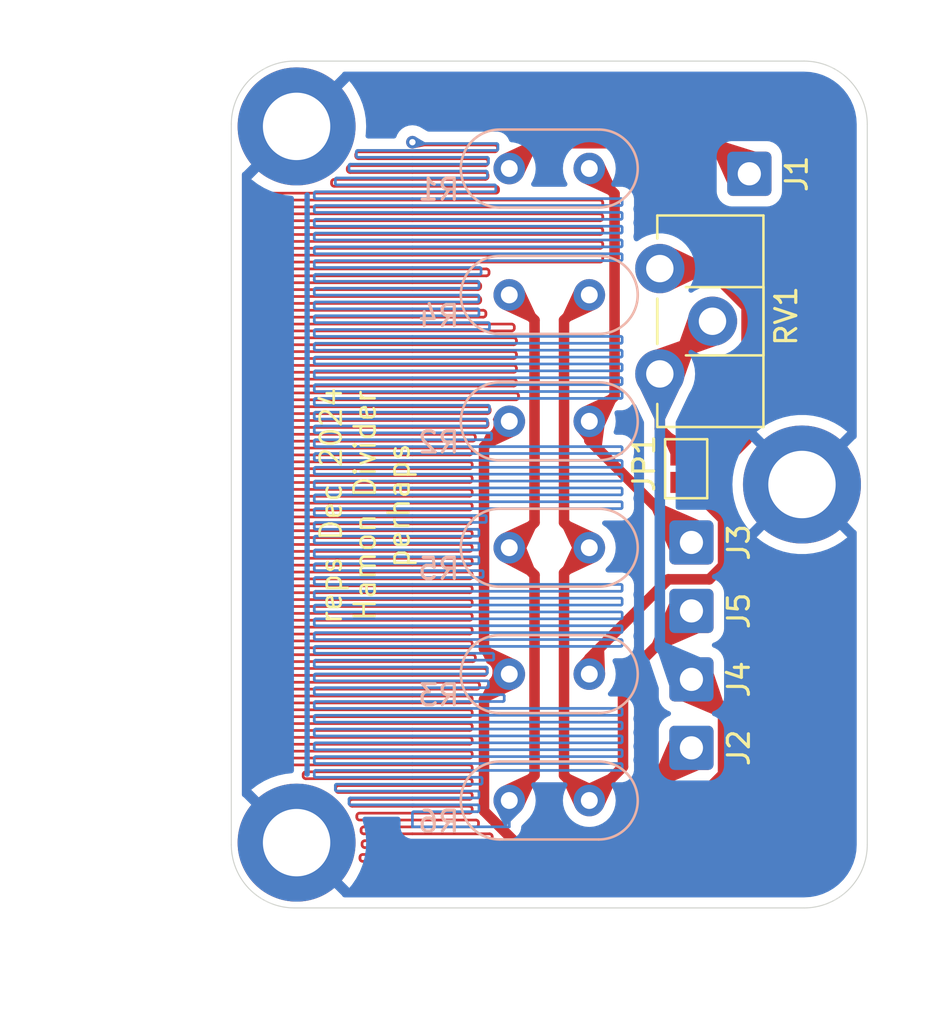
<source format=kicad_pcb>
(kicad_pcb (version 20240108) (generator "pcbnew") (generator_version "8.0")
  (layers (0 "F.Cu" signal) (1 "In1.Cu" signal) (2 "In2.Cu" signal) (31 "B.Cu" signal) (34 "B.Paste" user) (35 "F.Paste" user) (36 "B.SilkS" user "B.Silkscreen") (37 "F.SilkS" user "F.Silkscreen") (38 "B.Mask" user) (39 "F.Mask" user) (44 "Edge.Cuts" user))
  (net 0 "")
  (net 1 "Net-(J1-Pin_1)")
  (net 2 "Net-(J2-Pin_1)")
  (net 3 "Net-(J3-Pin_1)")
  (net 4 "Net-(J4-Pin_1)")
  (net 5 "Net-(J5-Pin_1)")
  (net 6 "Earth")
  (net 7 "Net-(JP1-A)")
  (footprint "MountingHole:MountingHole_3.2mm_M3_DIN965_Pad" (layer "F.Cu") (at 121 100)
    (property "Reference" "H2" (hide yes))
    (property "Value" "MountingHole_Pad" (hide yes))
  )
  (footprint "Connector_Wire:SolderWire-0.5sqmm_1x01_D0.9mm_OD2.1mm" (layer "F.Cu") (at 139.75 89)
    (property "Reference" "J5")
    (property "Value" "Lo")
  )
  (footprint "MountingHole:MountingHole_3.2mm_M3_DIN965_Pad" (layer "F.Cu") (at 145 83)
    (property "Reference" "H3" (hide yes))
    (property "Value" "MountingHole_Pad" (hide yes))
  )
  (footprint "Jumper:SolderJumper-2_P1.3mm_Open_Pad1.0x1.5mm" (layer "F.Cu") (at 139.5 82.25 90)
    (property "Reference" "JP1")
    (property "Value" "Jumper_2_Open")
  )
  (footprint "Connector_Wire:SolderWire-0.5sqmm_1x01_D0.9mm_OD2.1mm" (layer "F.Cu") (at 142.5 68.25)
    (property "Reference" "J1")
    (property "Value" "Input")
  )
  (footprint "Connector_Wire:SolderWire-0.5sqmm_1x01_D0.9mm_OD2.1mm" (layer "F.Cu") (at 139.75 85.75)
    (property "Reference" "J3")
    (property "Value" "Bridge 2")
  )
  (footprint "MountingHole:MountingHole_3.2mm_M3_DIN965_Pad" (layer "F.Cu") (at 121 66)
    (property "Reference" "H1" (hide yes))
    (property "Value" "MountingHole_Pad" (hide yes))
  )
  (footprint "Connector_Wire:SolderWire-0.5sqmm_1x01_D0.9mm_OD2.1mm" (layer "F.Cu") (at 139.75 95.5)
    (property "Reference" "J2")
    (property "Value" "Bridge 1")
  )
  (footprint "Connector_Wire:SolderWire-0.5sqmm_1x01_D0.9mm_OD2.1mm" (layer "F.Cu") (at 139.75 92.25)
    (property "Reference" "J4")
    (property "Value" "Output")
  )
  (footprint "Potentiometer_THT:Potentiometer_ACP_CA9-H2,5_Horizontal" (layer "F.Cu") (at 138.25 72.75)
    (property "Reference" "RV1")
    (property "Value" "R_Potentiometer")
  )
  (footprint "Crystal:Crystal_HC52-U_Vertical" (layer "B.Cu") (at 131.1 68)
    (property "Reference" "R1")
    (property "Value" "R")
  )
  (footprint "Crystal:Crystal_HC52-U_Vertical" (layer "B.Cu") (at 131.1 80)
    (property "Reference" "R2")
    (property "Value" "R")
  )
  (footprint "Crystal:Crystal_HC52-U_Vertical" (layer "B.Cu") (at 131.1 98)
    (property "Reference" "R6")
    (property "Value" "R")
  )
  (footprint "Crystal:Crystal_HC52-U_Vertical" (layer "B.Cu") (at 131.1 86)
    (property "Reference" "R5")
    (property "Value" "R")
  )
  (footprint "Crystal:Crystal_HC52-U_Vertical" (layer "B.Cu") (at 131.1 92)
    (property "Reference" "R3")
    (property "Value" "R")
  )
  (footprint "Crystal:Crystal_HC52-U_Vertical" (layer "B.Cu") (at 131.1 74)
    (property "Reference" "R4")
    (property "Value" "R")
  )
  (gr_line (start 120.9 62.9) (end 145.1 62.9) (stroke (width 0.05)) (layer "Edge.Cuts"))
  (gr_arc (start 117.9 65.9) (mid 118.77868 63.77868) (end 120.9 62.9) (stroke (width 0.05)) (layer "Edge.Cuts"))
  (gr_line (start 117.9 100.1) (end 117.9 65.9) (stroke (width 0.05)) (layer "Edge.Cuts"))
  (gr_arc (start 120.9 103.1) (mid 118.77868 102.22132) (end 117.9 100.1) (stroke (width 0.05)) (layer "Edge.Cuts"))
  (gr_line (start 145.1 103.1) (end 120.9 103.1) (stroke (width 0.05)) (layer "Edge.Cuts"))
  (gr_arc (start 148.1 100.1) (mid 147.22132 102.22132) (end 145.1 103.1) (stroke (width 0.05)) (layer "Edge.Cuts"))
  (gr_line (start 148.1 65.9) (end 148.1 100.1) (stroke (width 0.05)) (layer "Edge.Cuts"))
  (gr_arc (start 145.1 62.9) (mid 147.22132 63.77868) (end 148.1 65.9) (stroke (width 0.05)) (layer "Edge.Cuts"))
  (gr_text "reps Dec 2024\nHamon Divider\nperhaps" (at 124.25 84 90) (layer "F.SilkS") (effects (font (size 1 1) (thickness 0.125))))
  (segment (start 118.6 69.2) (end 118.6 96.4) (width 0.25) (layer "F.Cu") (net 0))
  (segment (start 121.5 69.25) (end 121.5 96.75) (width 0.25) (layer "B.Cu") (net 0))
  (segment (start 141.05 66.8) (end 142.5 68.25) (width 0.5) (layer "F.Cu") (net 1))
  (segment (start 132.3 66.8) (end 141.05 66.8) (width 0.5) (layer "F.Cu") (net 1))
  (segment (start 131.1 68) (end 132.3 66.8) (width 0.5) (layer "F.Cu") (net 1))
  (segment (start 129.9 93.2) (end 131.1 92) (width 0.5) (layer "F.Cu") (net 2))
  (segment (start 129.9 81.2) (end 129.9 90.8) (width 0.5) (layer "F.Cu") (net 2))
  (segment (start 139.75 95.5) (end 135.25 100) (width 0.5) (layer "F.Cu") (net 2))
  (segment (start 129.9 98.497057) (end 129.9 93.2) (width 0.5) (layer "F.Cu") (net 2))
  (segment (start 135.25 100) (end 131.402943 100) (width 0.5) (layer "F.Cu") (net 2))
  (segment (start 129.9 90.8) (end 131.1 92) (width 0.5) (layer "F.Cu") (net 2))
  (segment (start 131.402943 100) (end 129.9 98.497057) (width 0.5) (layer "F.Cu") (net 2))
  (segment (start 131.1 80) (end 129.9 81.2) (width 0.5) (layer "F.Cu") (net 2))
  (segment (start 134.9 68) (end 136.1 69.2) (width 0.5) (layer "F.Cu") (net 3))
  (segment (start 134.9 80.9) (end 139.75 85.75) (width 0.5) (layer "F.Cu") (net 3))
  (segment (start 136.1 78.8) (end 134.9 80) (width 0.5) (layer "F.Cu") (net 3))
  (segment (start 136.1 69.2) (end 136.1 78.8) (width 0.5) (layer "F.Cu") (net 3))
  (segment (start 134.9 80) (end 134.9 80.9) (width 0.5) (layer "F.Cu") (net 3))
  (segment (start 130.4592 69.1698) (end 126.5 69.1698) (width 0.127) (layer "F.Cu") (net 4))
  (segment (start 129.69 92.5176) (end 129.69 92.583) (width 0.127) (layer "F.Cu") (net 4))
  (segment (start 129.6092 74.4018) (end 126.5 74.4018) (width 0.127) (layer "F.Cu") (net 4))
  (segment (start 132.3 75.2) (end 131.1 74) (width 0.5) (layer "F.Cu") (net 4))
  (segment (start 132.3 96.8) (end 131.1 98) (width 0.5) (layer "F.Cu") (net 4))
  (segment (start 119.0408 89.7708) (end 126.5 89.7708) (width 0.127) (layer "F.Cu") (net 4))
  (segment (start 129.34 85.3236) (end 129.34 85.389) (width 0.127) (layer "F.Cu") (net 4))
  (segment (start 118.91 83.0346) (end 118.91 83.1) (width 0.127) (layer "F.Cu") (net 4))
  (segment (start 135.4092 72.4398) (end 126.5 72.4398) (width 0.127) (layer "F.Cu") (net 4))
  (segment (start 118.91 71.2626) (end 118.91 71.328) (width 0.127) (layer "F.Cu") (net 4))
  (segment (start 129.2092 98.5998) (end 126.5 98.5998) (width 0.127) (layer "F.Cu") (net 4))
  (segment (start 124.2408 100.2348) (end 126.5 100.2348) (width 0.127) (layer "F.Cu") (net 4))
  (segment (start 122.7908 68.8428) (end 126.5 68.8428) (width 0.127) (layer "F.Cu") (net 4))
  (segment (start 123.9908 98.9268) (end 126.5 98.9268) (width 0.127) (layer "F.Cu") (net 4))
  (segment (start 131.4092 78.9798) (end 126.5 78.9798) (width 0.127) (layer "F.Cu") (net 4))
  (segment (start 118.91 75.8406) (end 118.91 75.906) (width 0.127) (layer "F.Cu") (net 4))
  (segment (start 130.4092 67.2078) (end 126.6308 67.2078) (width 0.127) (layer "F.Cu") (net 4))
  (segment (start 126.5 69.8238) (end 119.0408 69.8238) (width 0.127) (layer "F.Cu") (net 4))
  (segment (start 118.91 88.9206) (end 118.91 88.986) (width 0.127) (layer "F.Cu") (net 4))
  (segment (start 123.41 67.9926) (end 123.41 68.058) (width 0.127) (layer "F.Cu") (net 4))
  (segment (start 129.8592 75.0558) (end 126.5 75.0558) (width 0.127) (layer "F.Cu") (net 4))
  (segment (start 131.3092 77.0178) (end 126.5 77.0178) (width 0.127) (layer "F.Cu") (net 4))
  (segment (start 126.5 83.5578) (end 119.0408 83.5578) (width 0.127) (layer "F.Cu") (net 4))
  (segment (start 126.5 89.4438) (end 119.0408 89.4438) (width 0.127) (layer "F.Cu") (net 4))
  (segment (start 119.0408 91.0788) (end 126.5 91.0788) (width 0.127) (layer "F.Cu") (net 4))
  (segment (start 129.49 91.2096) (end 129.49 91.275) (width 0.127) (layer "F.Cu") (net 4))
  (segment (start 131.44 77.4756) (end 131.44 77.541) (width 0.127) (layer "F.Cu") (net 4))
  (segment (start 131.3092 78.3258) (end 126.5 78.3258) (width 0.127) (layer "F.Cu") (net 4))
  (segment (start 119.0408 81.2688) (end 126.5 81.2688) (width 0.127) (layer "F.Cu") (net 4))
  (segment (start 131.2092 75.7098) (end 126.5 75.7098) (width 0.127) (layer "F.Cu") (net 4))
  (segment (start 126.5 70.4778) (end 119.0408 70.4778) (width 0.127) (layer "F.Cu") (net 4))
  (segment (start 126.5 85.1928) (end 129.2092 85.1928) (width 0.127) (layer "F.Cu") (net 4))
  (segment (start 118.91 88.2666) (end 118.91 88.332) (width 0.127) (layer "F.Cu") (net 4))
  (segment (start 126.5 88.4628) (end 129.2092 88.4628) (width 0.127) (layer "F.Cu") (net 4))
  (segment (start 129.34 88.5936) (end 129.34 88.659) (width 0.127) (layer "F.Cu") (net 4))
  (segment (start 126.5 71.7858) (end 119.0408 71.7858) (width 0.127) (layer "F.Cu") (net 4))
  (segment (start 126.5 77.9988) (end 131.3092 77.9988) (width 0.127) (layer "F.Cu") (net 4))
  (segment (start 129.34 97.0956) (end 129.34 97.161) (width 0.127) (layer "F.Cu") (net 4))
  (segment (start 118.91 82.3806) (end 118.91 82.446) (width 0.127) (layer "F.Cu") (net 4))
  (segment (start 119.0408 69.4968) (end 126.5 69.4968) (width 0.127) (layer "F.Cu") (net 4))
  (segment (start 126.5 82.5768) (end 129.2092 82.5768) (width 0.127) (layer "F.Cu") (net 4))
  (segment (start 126.5 70.8048) (end 135.4092 70.8048) (width 0.127) (layer "F.Cu") (net 4))
  (segment (start 118.91 73.2246) (end 118.91 73.29) (width 0.127) (layer "F.Cu") (net 4))
  (segment (start 118.91 86.3046) (end 118.91 86.37) (width 0.127) (layer "F.Cu") (net 4))
  (segment (start 140.75 75.25) (end 138.25 77.75) (width 0.5) (layer "F.Cu") (net 4))
  (segment (start 126.5 92.0598) (end 119.0408 92.0598) (width 0.127) (layer "F.Cu") (net 4))
  (segment (start 129.2092 89.4438) (end 126.5 89.4438) (width 0.127) (layer "F.Cu") (net 4))
  (segment (start 129.34 89.2476) (end 129.34 89.313) (width 0.127) (layer "F.Cu") (net 4))
  (segment (start 118.91 91.5366) (end 118.91 91.602) (width 0.127) (layer "F.Cu") (net 4))
  (segment (start 119.0408 72.7668) (end 126.5 72.7668) (width 0.127) (layer "F.Cu") (net 4))
  (segment (start 118.91 73.8786) (end 118.91 73.944) (width 0.127) (layer "F.Cu") (net 4))
  (segment (start 124.1908 99.5808) (end 126.5 99.5808) (width 0.127) (layer "F.Cu") (net 4))
  (segment (start 119.0408 70.8048) (end 126.5 70.8048) (width 0.127) (layer "F.Cu") (net 4))
  (segment (start 135.54 72.2436) (end 135.54 72.309) (width 0.127) (layer "F.Cu") (net 4))
  (segment (start 130.94 100.3656) (end 130.94 100.431) (width 0.127) (layer "F.Cu") (net 4))
  (segment (start 126.5 73.4208) (end 129.6092 73.4208) (width 0.127) (layer "F.Cu") (net 4))
  (segment (start 129.2092 84.2118) (end 126.5 84.2118) (width 0.127) (layer "F.Cu") (net 4))
  (segment (start 118.91 92.1906) (end 118.91 92.256) (width 0.127) (layer "F.Cu") (net 4))
  (segment (start 119.0408 82.5768) (end 126.5 82.5768) (width 0.127) (layer "F.Cu") (net 4))
  (segment (start 132.3 87.3) (end 132.3 96.8) (width 0.5) (layer "F.Cu") (net 4))
  (segment (start 131.44 76.1676) (end 131.44 76.233) (width 0.127) (layer "F.Cu") (net 4))
  (segment (start 118.91 78.4566) (end 118.91 78.522) (width 0.127) (layer "F.Cu") (net 4))
  (segment (start 129.2092 84.8658) (end 126.5 84.8658) (width 0.127) (layer "F.Cu") (net 4))
  (segment (start 126.5 75.3828) (end 131.2092 75.3828) (width 0.127) (layer "F.Cu") (net 4))
  (segment (start 119.0408 78.6528) (end 126.5 78.6528) (width 0.127) (layer "F.Cu") (net 4))
  (segment (start 119.0408 85.8468) (end 126.5 85.8468) (width 0.127) (layer "F.Cu") (net 4))
  (segment (start 119.0408 84.5388) (end 126.5 84.5388) (width 0.127) (layer "F.Cu") (net 4))
  (segment (start 126.5 93.3678) (end 119.0408 93.3678) (width 0.127) (layer "F.Cu") (net 4))
  (segment (start 126.5 68.8428) (end 130.4592 68.8428) (width 0.127) (layer "F.Cu") (net 4))
  (segment (start 126.5 89.1168) (end 129.2092 89.1168) (width 0.127) (layer "F.Cu") (net 4))
  (segment (start 129.2092 95.9838) (end 126.5 95.9838) (width 0.127) (layer "F.Cu") (net 4))
  (segment (start 126.5 72.7668) (end 130.0092 72.7668) (width 0.127) (layer "F.Cu") (net 4))
  (segment (start 124.11 100.0386) (end 124.11 100.104) (width 0.127) (layer "F.Cu") (net 4))
  (segment (start 129.2092 88.7898) (end 126.5 88.7898) (width 0.127) (layer "F.Cu") (net 4))
  (segment (start 126.5 80.6148) (end 129.3592 80.6148) (width 0.127) (layer "F.Cu") (net 4))
  (segment (start 126.5 81.5958) (end 119.0408 81.5958) (width 0.127) (layer "F.Cu") (net 4))
  (segment (start 129.2092 97.9458) (end 126.5 97.9458) (width 0.127) (layer "F.Cu") (net 4))
  (segment (start 126.5 83.2308) (end 129.2092 83.2308) (width 0.127) (layer "F.Cu") (net 4))
  (segment (start 141.25 93.75) (end 139.75 92.25) (width 0.5) (layer "F.Cu") (net 4))
  (segment (start 124.1408 100.8888) (end 126.3692 100.8888) (width 0.127) (layer "F.Cu") (net 4))
  (segment (start 131.34 75.5136) (end 131.34 75.579) (width 0.127) (layer "F.Cu") (net 4))
  (segment (start 126.3692 100.5618) (end 124.1408 100.5618) (width 0.127) (layer "F.Cu") (net 4))
  (segment (start 126.5 95.9838) (end 119.0408 95.9838) (width 0.127) (layer "F.Cu") (net 4))
  (segment (start 129.34 93.8256) (end 129.34 93.891) (width 0.127) (layer "F.Cu") (net 4))
  (segment (start 126.5 72.1128) (end 135.4092 72.1128) (width 0.127) (layer "F.Cu") (net 4))
  (segment (start 126.5 78.3258) (end 119.0408 78.3258) (width 0.127) (layer "F.Cu") (net 4))
  (segment (start 129.9592 68.5158) (end 126.5 68.5158) (width 0.127) (layer "F.Cu") (net 4))
  (segment (start 129.34 94.4796) (end 129.34 94.545) (width 0.127) (layer "F.Cu") (net 4))
  (segment (start 129.2092 95.3298) (end 126.5 95.3298) (width 0.127) (layer "F.Cu") (net 4))
  (segment (start 126.5 94.6758) (end 119.0408 94.6758) (width 0.127) (layer "F.Cu") (net 4))
  (segment (start 129.34 87.9396) (end 129.34 88.005) (width 0.127) (layer "F.Cu") (net 4))
  (segment (start 126.5 97.9458) (end 123.6408 97.9458) (width 0.127) (layer "F.Cu") (net 4))
  (segment (start 122.86 97.4226) (end 122.86 97.488) (width 0.127) (layer "F.Cu") (net 4))
  (segment (start 118.91 83.6886) (end 118.91 83.754) (width 0.127) (layer "F.Cu") (net 4))
  (segment (start 126.5 93.6948) (end 129.2092 93.6948) (width 0.127) (layer "F.Cu") (net 4))
  (segment (start 118.91 81.7266) (end 118.91 81.792) (width 0.127) (layer "F.Cu") (net 4))
  (segment (start 119.0408 80.6148) (end 126.5 80.6148) (width 0.127) (layer "F.Cu") (net 4))
  (segment (start 129.2092 83.5578) (end 126.5 83.5578) (width 0.127) (layer "F.Cu") (net 4))
  (segment (start 119.0408 92.3868) (end 126.5 92.3868) (width 0.127) (layer "F.Cu") (net 4))
  (segment (start 119.0408 77.3448) (end 126.5 77.3448) (width 0.127) (layer "F.Cu") (net 4))
  (segment (start 119.0408 70.1508) (end 126.5 70.1508) (width 0.127) (layer "F.Cu") (net 4))
  (segment (start 126.5 94.3488) (end 129.2092 94.3488) (width 0.127) (layer "F.Cu") (net 4))
  (segment (start 122.66 68.6466) (end 122.66 68.712) (width 0.127) (layer "F.Cu") (net 4))
  (segment (start 119.0408 76.6908) (end 126.5 76.6908) (width 0.127) (layer "F.Cu") (net 4))
  (segment (start 118.91 71.9166) (end 118.91 71.982) (width 0.127) (layer "F.Cu") (net 4))
  (segment (start 126.5 100.5618) (end 126.3692 100.5618) (width 0.127) (layer "F.Cu") (net 4))
  (segment (start 123.51 98.0766) (end 123.51 98.142) (width 0.127) (layer "F.Cu") (net 4))
  (segment (start 141.25 96.75) (end 141.25 93.75) (width 0.5) (layer "F.Cu") (net 4))
  (segment (start 119.0408 79.9608) (end 126.5 79.9608) (width 0.127) (layer "F.Cu") (net 4))
  (segment (start 119.0408 85.1928) (end 126.5 85.1928) (width 0.127) (layer "F.Cu") (net 4))
  (segment (start 123.81 67.3386) (end 123.81 67.404) (width 0.127) (layer "F.Cu") (net 4))
  (segment (start 130.0092 73.0938) (end 126.5 73.0938) (width 0.127) (layer "F.Cu") (net 4))
  (segment (start 126.5 76.6908) (end 131.3092 76.6908) (width 0.127) (layer "F.Cu") (net 4))
  (segment (start 119.0408 88.4628) (end 126.5 88.4628) (width 0.127) (layer "F.Cu") (net 4))
  (segment (start 126.5 89.7708) (end 129.2092 89.7708) (width 0.127) (layer "F.Cu") (net 4))
  (segment (start 129.6092 73.7478) (end 126.5 73.7478) (width 0.127) (layer "F.Cu") (net 4))
  (segment (start 123.6408 98.2728) (end 126.5 98.2728) (width 0.127) (layer "F.Cu") (net 4))
  (segment (start 126.5 85.5198) (end 119.0408 85.5198) (width 0.127) (layer "F.Cu") (net 4))
  (segment (start 126.5 69.1698) (end 119.0408 69.1698) (width 0.127) (layer "F.Cu") (net 4))
  (segment (start 118.91 77.8026) (end 118.91 77.868) (width 0.127) (layer "F.Cu") (net 4))
  (segment (start 126.5 88.1358) (end 119.0408 88.1358) (width 0.127) (layer "F.Cu") (net 4))
  (segment (start 118.91 85.6506) (end 118.91 85.716) (width 0.127) (layer "F.Cu") (net 4))
  (segment (start 130.09 68.3196) (end 130.09 68.385) (width 0.127) (layer "F.Cu") (net 4))
  (segment (start 119.0408 93.0408) (end 126.5 93.0408) (width 0.127) (layer "F.Cu") (net 4))
  (segment (start 118.91 70.6086) (end 118.91 70.674) (width 0.127) (layer "F.Cu") (net 4))
  (segment (start 131.3092 76.3638) (end 126.5 76.3638) (width 0.127) (layer "F.Cu") (net 4))
  (segment (start 126.5 80.2878) (end 119.0408 80.2878) (width 0.127) (layer "F.Cu") (net 4))
  (segment (start 119.0408 71.4588) (end 126.5 71.4588) (width 0.127) (layer "F.Cu") (net 4))
  (segment (start 136.5 101.5) (end 141.25 96.75) (width 0.5) (layer "F.Cu") (net 4))
  (segment (start 129.2092 90.0978) (end 126.5 90.0978) (width 0.127) (layer "F.Cu") (net 4))
  (segment (start 129.34 83.3616) (end 129.34 83.427) (width 0.127) (layer "F.Cu") (net 4))
  (segment (start 118.91 93.4986) (end 118.91 93.564) (width 0.127) (layer "F.Cu") (net 4))
  (segment (start 126.5 72.4398) (end 119.0408 72.4398) (width 0.127) (layer "F.Cu") (net 4))
  (segment (start 135.4092 70.4778) (end 126.5 70.4778) (width 0.127) (layer "F.Cu") (net 4))
  (segment (start 126.5 98.2728) (end 129.2092 98.2728) (width 0.127) (layer "F.Cu") (net 4))
  (segment (start 126.5 95.0028) (end 129.2092 95.0028) (width 0.127) (layer "F.Cu") (net 4))
  (segment (start 135.4092 71.1318) (end 126.5 71.1318) (width 0.127) (layer "F.Cu") (net 4))
  (segment (start 126.5 82.2498) (end 119.0408 82.2498) (width 0.127) (layer "F.Cu") (net 4))
  (segment (start 126.5 86.8278) (end 119.0408 86.8278) (width 0.127) (layer "F.Cu") (net 4))
  (segment (start 126.5 88.7898) (end 119.0408 88.7898) (width 0.127) (layer "F.Cu") (net 4))
  (segment (start 126.5 90.4248) (end 129.2092 90.4248) (width 0.127) (layer "F.Cu") (net 4))
  (segment (start 129.2092 81.5958) (end 126.5 81.5958) (width 0.127) (layer "F.Cu") (net 4))
  (segment (start 132.3 75.2) (end 132.3 84.8) (width 0.5) (layer "F.Cu") (net 4))
  (segment (start 130.19 79.4376) (end 130.19 79.503) (width 0.127) (layer "F.Cu") (net 4))
  (segment (start 138.25 80.35) (end 139.5 81.6) (width 0.5) (layer "F.Cu") (net 4))
  (segment (start 121.31 96.7686) (end 121.31 96.834) (width 0.127) (layer "F.Cu") (net 4))
  (segment (start 129.9092 92.0598) (end 126.5 92.0598) (width 0.127) (layer "F.Cu") (net 4))
  (segment (start 129.34 89.9016) (end 129.34 89.967) (width 0.127) (layer "F.Cu") (net 4))
  (segment (start 126.5 74.4018) (end 119.0408 74.4018) (width 0.127) (layer "F.Cu") (net 4))
  (segment (start 126.5 79.3068) (end 130.0592 79.3068) (width 0.127) (layer "F.Cu") (net 4))
  (segment (start 126.5 96.9648) (end 129.2092 96.9648) (width 0.127) (layer "F.Cu") (net 4))
  (segment (start 129.49 80.7456) (end 129.49 80.811) (width 0.127) (layer "F.Cu") (net 4))
  (segment (start 126.5 84.2118) (end 119.0408 84.2118) (width 0.127) (layer "F.Cu") (net 4))
  (segment (start 129.34 98.4036) (end 129.34 98.469) (width 0.127) (layer "F.Cu") (net 4))
  (segment (start 119.0408 83.2308) (end 126.5 83.2308) (width 0.127) (layer "F.Cu") (net 4))
  (segment (start 126.5 76.3638) (end 119.0408 76.3638) (width 0.127) (layer "F.Cu") (net 4))
  (segment (start 129.9592 67.8618) (end 126.5 67.8618) (width 0.127) (layer "F.Cu") (net 4))
  (segment (start 126.5 82.9038) (end 119.0408 82.9038) (width 0.127) (layer "F.Cu") (net 4))
  (segment (start 119.0408 74.0748) (end 126.5 74.0748) (width 0.127) (layer "F.Cu") (net 4))
  (segment (start 129.5092 99.2538) (end 126.5 99.2538) (width 0.127) (layer "F.Cu") (net 4))
  (segment (start 126.5 96.6378) (end 121.4408 96.6378) (width 0.127) (layer "F.Cu") (net 4))
  (segment (start 119.0408 89.1168) (end 126.5 89.1168) (width 0.127) (layer "F.Cu") (net 4))
  (segment (start 129.34 86.6316) (end 129.34 86.697) (width 0.127) (layer "F.Cu") (net 4))
  (segment (start 118.91 95.4606) (end 118.91 95.526) (width 0.127) (layer "F.Cu") (net 4))
  (segment (start 126.5 100.2348) (end 130.8092 100.2348) (width 0.127) (layer "F.Cu") (net 4))
  (segment (start 119.0408 95.6568) (end 126.5 95.6568) (width 0.127) (layer "F.Cu") (net 4))
  (segment (start 119.0408 81.9228) (end 126.5 81.9228) (width 0.127) (layer "F.Cu") (net 4))
  (segment (start 126.5 84.8658) (end 119.0408 84.8658) (width 0.127) (layer "F.Cu") (net 4))
  (segment (start 118.91 90.8826) (end 118.91 90.948) (width 0.127) (layer "F.Cu") (net 4))
  (segment (start 129.3592 91.4058) (end 126.5 91.4058) (width 0.127) (layer "F.Cu") (net 4))
  (segment (start 131.3092 77.6718) (end 126.5 77.6718) (width 0.127) (layer "F.Cu") (net 4))
  (segment (start 129.2092 87.4818) (end 126.5 87.4818) (width 0.127) (layer "F.Cu") (net 4))
  (segment (start 129.34 82.0536) (end 129.34 82.119) (width 0.127) (layer "F.Cu") (net 4))
  (segment (start 126.5 99.9078) (end 124.2408 99.9078) (width 0.127) (layer "F.Cu") (net 4))
  (segment (start 130.09 80.0916) (end 130.09 80.157) (width 0.127) (layer "F.Cu") (net 4))
  (segment (start 126.5 98.9268) (end 129.5092 98.9268) (width 0.127) (layer "F.Cu") (net 4))
  (segment (start 126.5 77.6718) (end 119.0408 77.6718) (width 0.127) (layer "F.Cu") (net 4))
  (segment (start 126.5 71.4588) (end 135.4092 71.4588) (width 0.127) (layer "F.Cu") (net 4))
  (segment (start 129.2092 82.2498) (end 126.5 82.2498) (width 0.127) (layer "F.Cu") (net 4))
  (segment (start 118.91 79.7646) (end 118.91 79.83) (width 0.127) (layer "F.Cu") (net 4))
  (segment (start 126.5 75.0558) (end 119.0408 75.0558) (width 0.127) (layer "F.Cu") (net 4))
  (segment (start 135.4092 69.8238) (end 126.5 69.8238) (width 0.127) (layer "F.Cu") (net 4))
  (segment (start 126.5 73.7478) (end 119.0408 73.7478) (width 0.127) (layer "F.Cu") (net 4))
  (segment (start 118.91 69.9546) (end 118.91 70.02) (width 0.127) (layer "F.Cu") (net 4))
  (segment (start 126.5 68.5158) (end 122.7908 68.5158) (width 0.127) (layer "F.Cu") (net 4))
  (segment (start 135.54 70.2816) (end 135.54 70.347) (width 0.127) (layer "F.Cu") (net 4))
  (segment (start 131.1 86) (end 131.1 86.1) (width 0.5) (layer "F.Cu") (net 4))
  (segment (start 129.9592 80.2878) (end 126.5 80.2878) (width 0.127) (layer "F.Cu") (net 4))
  (segment (start 138.25 77.75) (end 138.25 80.35) (width 0.5) (layer "F.Cu") (net 4))
  (segment (start 131.44 78.1296) (end 131.44 78.195) (width 0.127) (layer "F.Cu") (net 4))
  (segment (start 126.5 81.2688) (end 129.2092 81.2688) (width 0.127) (layer "F.Cu") (net 4))
  (segment (start 126.5 87.4818) (end 119.0408 87.4818) (width 0.127) (layer "F.Cu") (net 4))
  (segment (start 119.0408 87.1548) (end 126.5 87.1548) (width 0.127) (layer "F.Cu") (net 4))
  (segment (start 130.54 67.0116) (end 130.54 67.077) (width 0.127) (layer "F.Cu") (net 4))
  (segment (start 118.91 76.4946) (end 118.91 76.56) (width 0.127) (layer "F.Cu") (net 4))
  (segment (start 129.34 85.9776) (end 129.34 86.043) (width 0.127) (layer "F.Cu") (net 4))
  (segment (start 130.04 91.8636) (end 130.04 91.929) (width 0.127) (layer "F.Cu") (net 4))
  (segment (start 129.34 95.7876) (end 129.34 95.853) (width 0.127) (layer "F.Cu") (net 4))
  (segment (start 126.5 76.0368) (end 131.3092 76.0368) (width 0.127) (layer "F.Cu") (net 4))
  (segment (start 119.0408 91.7328) (end 126.5 91.7328) (width 0.127) (layer "F.Cu") (net 4))
  (segment (start 126.5 74.7288) (end 129.8592 74.7288) (width 0.127) (layer "F.Cu") (net 4))
  (segment (start 126.5 79.6338) (end 119.0408 79.6338) (width 0.127) (layer "F.Cu") (net 4))
  (segment (start 123.86 98.7306) (end 123.86 98.796) (width 0.127) (layer "F.Cu") (net 4))
  (segment (start 126.5 95.3298) (end 119.0408 95.3298) (width 0.127) (layer "F.Cu") (net 4))
  (segment (start 126.5 67.8618) (end 123.5408 67.8618) (width 0.127) (layer "F.Cu") (net 4))
  (segment (start 126.5 80.9418) (end 119.0408 80.9418) (width 0.127) (layer "F.Cu") (net 4))
  (segment (start 130.8092 100.5618) (end 126.5 100.5618) (width 0.127) (layer "F.Cu") (net 4))
  (segment (start 129.34 93.1716) (end 129.34 93.237) (width 0.127) (layer "F.Cu") (net 4))
  (segment (start 129.3592 80.9418) (end 126.5 80.9418) (width 0.127) (layer "F.Cu") (net 4))
  (segment (start 119.0408 83.8848) (end 126.5 83.8848) (width 0.127) (layer "F.Cu") (net 4))
  (segment (start 126.5 101.085) (end 126.5 101.5) (width 0.127) (layer "F.Cu") (net 4))
  (segment (start 129.2092 94.0218) (end 126.5 94.0218) (width 0.127) (layer "F.Cu") (net 4))
  (segment (start 118.91 92.8446) (end 118.91 92.91) (width 0.127) (layer "F.Cu") (net 4))
  (segment (start 119.0408 90.4248) (end 126.5 90.4248) (width 0.127) (layer "F.Cu") (net 4))
  (segment (start 118.91 81.0726) (end 118.91 81.138) (width 0.127) (layer "F.Cu") (net 4))
  (segment (start 130.0592 79.6338) (end 126.5 79.6338) (width 0.127) (layer "F.Cu") (net 4))
  (segment (start 129.5592 92.7138) (end 126.5 92.7138) (width 0.127) (layer "F.Cu") (net 4))
  (segment (start 126.5 78.6528) (end 131.4092 78.6528) (width 0.127) (layer "F.Cu") (net 4))
  (segment (start 118.91 84.9966) (end 118.91 85.062) (width 0.127) (layer "F.Cu") (net 4))
  (segment (start 119.0408 86.5008) (end 126.5 86.5008) (width 0.127) (layer "F.Cu") (net 4))
  (segment (start 126.5 75.7098) (end 119.0408 75.7098) (width 0.127) (layer "F.Cu") (net 4))
  (segment (start 129.34 81.3996) (end 129.34 81.465) (width 0.127) (layer "F.Cu") (net 4))
  (segment (start 118.91 86.9586) (end 118.91 87.024) (width 0.127) (layer "F.Cu") (net 4))
  (segment (start 126.5 71.1318) (end 119.0408 71.1318) (width 0.127) (layer "F.Cu") (net 4))
  (segment (start 126.5 97.2918) (end 122.9908 97.2918) (width 0.127) (layer "F.Cu") (net 4))
  (segment (start 130.29 99.7116) (end 130.29 99.777) (width 0.127) (layer "F.Cu") (net 4))
  (segment (start 129.2092 86.1738) (end 126.5 86.1738) (width 0.127) (layer "F.Cu") (net 4))
  (segment (start 129.34 87.2856) (end 129.34 87.351) (width 0.127) (layer "F.Cu") (net 4))
  (segment (start 126.5 87.1548) (end 129.2092 87.1548) (width 0.127) (layer "F.Cu") (net 4))
  (segment (start 129.2092 88.1358) (end 126.5 88.1358) (width 0.127) (layer "F.Cu") (net 4))
  (segment (start 126.5 73.0938) (end 119.0408 73.0938) (width 0.127) (layer "F.Cu") (net 4))
  (segment (start 126.5 74.0748) (end 129.6092 74.0748) (width 0.127) (layer "F.Cu") (net 4))
  (segment (start 123.5408 68.1888) (end 126.5 68.1888) (width 0.127) (layer "F.Cu") (net 4))
  (segment (start 126.5 84.5388) (end 129.2092 84.5388) (width 0.127) (layer "F.Cu") (net 4))
  (segment (start 130.14 72.8976) (end 130.14 72.963) (width 0.127) (layer "F.Cu") (net 4))
  (segment (start 132.3 84.8) (end 131.1 86) (width 0.5) (layer "F.Cu") (net 4))
  (segment (start 119.0408 93.6948) (end 126.5 93.6948) (width 0.127) (layer "F.Cu") (net 4))
  (segment (start 126.6308 67.2078) (end 126.5 67.2078) (width 0.127) (layer "F.Cu") (net 4))
  (segment (start 126.5 67.5348) (end 129.9592 67.5348) (width 0.127) (layer "F.Cu") (net 4))
  (segment (start 135.4092 71.7858) (end 126.5 71.7858) (width 0.127) (layer "F.Cu") (net 4))
  (segment (start 119.0408 74.7288) (end 126.5 74.7288) (width 0.127) (layer "F.Cu") (net 4))
  (segment (start 129.2092 94.6758) (end 126.5 94.6758) (width 0.127) (layer "F.Cu") (net 4))
  (segment (start 126.5 87.8088) (end 129.2092 87.8088) (width 0.127) (layer "F.Cu") (net 4))
  (segment (start 121.4408 96.9648) (end 126.5 96.9648) (width 0.127) (layer "F.Cu") (net 4))
  (segment (start 124.06 99.3846) (end 124.06 99.45) (width 0.127) (layer "F.Cu") (net 4))
  (segment (start 126.5 86.5008) (end 129.2092 86.5008) (width 0.127) (layer "F.Cu") (net 4))
  (segment (start 118.91 84.3426) (end 118.91 84.408) (width 0.127) (layer "F.Cu") (net 4))
  (segment (start 126.5 91.4058) (end 119.0408 91.4058) (width 0.127) (layer "F.Cu") (net 4))
  (segment (start 129.34 82.7076) (end 129.34 82.773) (width 0.127) (layer "F.Cu") (net 4))
  (segment (start 126.5 81.9228) (end 129.2092 81.9228) (width 0.127) (layer "F.Cu") (net 4))
  (segment (start 135.54 71.5896) (end 135.54 71.655) (width 0.127) (layer "F.Cu") (net 4))
  (segment (start 126.5 79.9608) (end 129.9592 79.9608) (width 0.127) (layer "F.Cu") (net 4))
  (segment (start 126.5 101.5) (end 136.5 101.5) (width 0.5) (layer "F.Cu") (net 4))
  (segment (start 126.5 85.8468) (end 129.2092 85.8468) (width 0.127) (layer "F.Cu") (net 4))
  (segment (start 129.34 90.5556) (end 129.34 90.621) (width 0.127) (layer "F.Cu") (net 4))
  (segment (start 119.0408 75.3828) (end 126.5 75.3828) (width 0.127) (layer "F.Cu") (net 4))
  (segment (start 130.1592 99.9078) (end 126.5 99.9078) (width 0.127) (layer "F.Cu") (net 4))
  (segment (start 126.5 101.0196) (end 126.5 101.085) (width 0.127) (layer "F.Cu") (net 4))
  (segment (start 118.91 80.4186) (end 118.91 80.484) (width 0.127) (layer "F.Cu") (net 4))
  (segment (start 129.34 84.0156) (end 129.34 84.081) (width 0.127) (layer "F.Cu") (net 4))
  (segment (start 118.91 90.2286) (end 118.91 90.294) (width 0.127) (layer "F.Cu") (net 4))
  (segment (start 118.91 75.1866) (end 118.91 75.252) (width 0.127) (layer "F.Cu") (net 4))
  (segment (start 126.5 77.0178) (end 119.0408 77.0178) (width 0.127) (layer "F.Cu") (net 4))
  (segment (start 129.2092 85.5198) (end 126.5 85.5198) (width 0.127) (layer "F.Cu") (net 4))
  (segment (start 124.01 100.6926) (end 124.01 100.758) (width 0.127) (layer "F.Cu") (net 4))
  (segment (start 122.9908 97.6188) (end 126.5 97.6188) (width 0.127) (layer "F.Cu") (net 4))
  (segment (start 126.5 99.2538) (end 124.1908 99.2538) (width 0.127) (layer "F.Cu") (net 4))
  (segment (start 119.0408 73.4208) (end 126.5 73.4208) (width 0.127) (layer "F.Cu") (net 4))
  (segment (start 129.2092 97.2918) (end 126.5 97.2918) (width 0.127) (layer "F.Cu") (net 4))
  (segment (start 126.5 92.7138) (end 119.0408 92.7138) (width 0.127) (layer "F.Cu") (net 4))
  (segment (start 126.5 78.9798) (end 119.0408 78.9798) (width 0.127) (layer "F.Cu") (net 4))
  (segment (start 129.2092 86.8278) (end 126.5 86.8278) (width 0.127) (layer "F.Cu") (net 4))
  (segment (start 129.2092 90.7518) (end 126.5 90.7518) (width 0.127) (layer "F.Cu") (net 4))
  (segment (start 119.0408 96.3108) (end 126.5 96.3108) (width 0.127) (layer "F.Cu") (net 4))
  (segment (start 126.5 91.7328) (end 129.9092 91.7328) (width 0.127) (layer "F.Cu") (net 4))
  (segment (start 126.5 94.0218) (end 119.0408 94.0218) (width 0.127) (layer "F.Cu") (net 4))
  (segment (start 119.0408 79.3068) (end 126.5 79.3068) (width 0.127) (layer "F.Cu") (net 4))
  (segment (start 129.2092 93.3678) (end 126.5 93.3678) (width 0.127) (layer "F.Cu") (net 4))
  (segment (start 129.74 73.5516) (end 129.74 73.617) (width 0.127) (layer "F.Cu") (net 4))
  (segment (start 119.0408 95.0028) (end 126.5 95.0028) (width 0.127) (layer "F.Cu") (net 4))
  (segment (start 118.91 77.1486) (end 118.91 77.214) (width 0.127) (layer "F.Cu") (net 4))
  (segment (start 126.5 97.6188) (end 129.2092 97.6188) (width 0.127) (layer "F.Cu") (net 4))
  (segment (start 126.5 70.1508) (end 135.4092 70.1508) (width 0.127) (layer "F.Cu") (net 4))
  (segment (start 118.91 87.6126) (end 118.91 87.678) (width 0.127) (layer "F.Cu") (net 4))
  (segment (start 130.09 67.6656) (end 130.09 67.731) (width 0.127) (layer "F.Cu") (net 4))
  (segment (start 131.44 76.8216) (end 131.44 76.887) (width 0.127) (layer "F.Cu") (net 4))
  (segment (start 129.2092 96.6378) (end 126.5 96.6378) (width 0.127) (layer "F.Cu") (net 4))
  (segment (start 129.34 96.4416) (end 129.34 96.507) (width 0.127) (layer "F.Cu") (net 4))
  (segment (start 129.34 97.7496) (end 129.34 97.815) (width 0.127) (layer "F.Cu") (net 4))
  (segment (start 118.91 74.5326) (end 118.91 74.598) (width 0.127) (layer "F.Cu") (net 4))
  (segment (start 131.1 86.1) (end 132.3 87.3) (width 0.5) (layer "F.Cu") (net 4))
  (segment (start 126.5 92.3868) (end 129.5592 92.3868) (width 0.127) (layer "F.Cu") (net 4))
  (segment (start 118.91 94.8066) (end 118.91 94.872) (width 0.127) (layer "F.Cu") (net 4))
  (segment (start 123.9408 67.5348) (end 126.5 67.5348) (width 0.127) (layer "F.Cu") (net 4))
  (segment (start 129.34 84.6696) (end 129.34 84.735) (width 0.127) (layer "F.Cu") (net 4))
  (segment (start 126.5 99.5808) (end 130.1592 99.5808) (width 0.127) (layer "F.Cu") (net 4))
  (segment (start 129.64 99.0576) (end 129.64 99.123) (width 0.127) (layer "F.Cu") (net 4))
  (segment (start 119.0408 94.3488) (end 126.5 94.3488) (width 0.127) (layer "F.Cu") (net 4))
  (segment (start 119.0408 76.0368) (end 126.5 76.0368) (width 0.127) (layer "F.Cu") (net 4))
  (segment (start 129.2092 82.9038) (end 126.5 82.9038) (width 0.127) (layer "F.Cu") (net 4))
  (segment (start 129.74 74.2056) (end 129.74 74.271) (width 0.127) (layer "F.Cu") (net 4))
  (segment (start 126.5 93.0408) (end 129.2092 93.0408) (width 0.127) (layer "F.Cu") (net 4))
  (segment (start 126.5 68.1888) (end 129.9592 68.1888) (width 0.127) (layer "F.Cu") (net 4))
  (segment (start 126.5 96.3108) (end 129.2092 96.3108) (width 0.127) (layer "F.Cu") (net 4))
  (segment (start 119.0408 77.9988) (end 126.5 77.9988) (width 0.127) (layer "F.Cu") (net 4))
  (segment (start 126.5 67.2078) (end 123.9408 67.2078) (width 0.127) (layer "F.Cu") (net 4))
  (segment (start 118.91 79.1106) (end 118.91 79.176) (width 0.127) (layer "F.Cu") (net 4))
  (segment (start 135.54 70.9356) (end 135.54 71.001) (width 0.127) (layer "F.Cu") (net 4))
  (segment (start 129.99 74.8596) (end 129.99 74.925) (width 0.127) (layer "F.Cu") (net 4))
  (segment (start 118.91 96.1146) (end 118.91 96.18) (width 0.127) (layer "F.Cu") (net 4))
  (segment (start 130.59 68.9736) (end 130.59 69.039) (width 0.127) (layer "F.Cu") (net 4))
  (segment (start 118.91 94.1526) (end 118.91 94.218) (width 0.127) (layer "F.Cu") (net 4))
  (segment (start 126.5 91.0788) (end 129.3592 91.0788) (width 0.127) (layer "F.Cu") (net 4))
  (segment (start 126.5 95.6568) (end 129.2092 95.6568) (width 0.127) (layer "F.Cu") (net 4))
  (segment (start 126.5 77.3448) (end 131.3092 77.3448) (width 0.127) (layer "F.Cu") (net 4))
  (segment (start 118.91 69.3006) (end 118.91 69.366) (width 0.127) (layer "F.Cu") (net 4))
  (segment (start 135.54 69.6276) (end 135.54 69.693) (width 0.127) (layer "F.Cu") (net 4))
  (segment (start 118.91 72.5706) (end 118.91 72.636) (width 0.127) (layer "F.Cu") (net 4))
  (segment (start 126.5 86.1738) (end 119.0408 86.1738) (width 0.127) (layer "F.Cu") (net 4))
  (segment (start 126.5 90.7518) (end 119.0408 90.7518) (width 0.127) (layer "F.Cu") (net 4))
  (segment (start 126.5 83.8848) (end 129.2092 83.8848) (width 0.127) (layer "F.Cu") (net 4))
  (segment (start 126.5 98.5998) (end 123.9908 98.5998) (width 0.127) (layer "F.Cu") (net 4))
  (segment (start 126.5 69.4968) (end 135.4092 69.4968) (width 0.127) (layer "F.Cu") (net 4))
  (segment (start 131.54 78.7836) (end 131.54 78.849) (width 0.127) (layer "F.Cu") (net 4))
  (segment (start 126.5 90.0978) (end 119.0408 90.0978) (width 0.127) (layer "F.Cu") (net 4))
  (segment (start 126.6308 66.8808) (end 130.4092 66.8808) (width 0.127) (layer "F.Cu") (net 4))
  (segment (start 119.0408 72.1128) (end 126.5 72.1128) (width 0.127) (layer "F.Cu") (net 4))
  (segment (start 129.34 95.1336) (end 129.34 95.199) (width 0.127) (layer "F.Cu") (net 4))
  (segment (start 119.0408 87.8088) (end 126.5 87.8088) (width 0.127) (layer "F.Cu") (net 4))
  (segment (start 118.91 89.5746) (end 118.91 89.64) (width 0.127) (layer "F.Cu") (net 4))
  (via (at 126.5 66.75) (size 0.6) (drill 0.3) (layers "F.Cu" "B.Cu") (net 4))
  (arc (start 119.0408 89.4438) (mid 118.94831 89.48211) (end 118.91 89.5746) (width 0.127) (layer "F.Cu") (net 4))
  (arc (start 118.91 85.062) (mid 118.94831 85.15449) (end 119.0408 85.1928) (width 0.127) (layer "F.Cu") (net 4))
  (arc (start 131.4092 78.6528) (mid 131.50169 78.69111) (end 131.54 78.7836) (width 0.127) (layer "F.Cu") (net 4))
  (arc (start 129.34 97.815) (mid 129.30169 97.90749) (end 129.2092 97.9458) (width 0.127) (layer "F.Cu") (net 4))
  (arc (start 135.54 69.693) (mid 135.50169 69.78549) (end 135.4092 69.8238) (width 0.127) (layer "F.Cu") (net 4))
  (arc (start 118.91 71.328) (mid 118.94831 71.42049) (end 119.0408 71.4588) (width 0.127) (layer "F.Cu") (net 4))
  (arc (start 118.91 87.024) (mid 118.94831 87.11649) (end 119.0408 87.1548) (width 0.127) (layer "F.Cu") (net 4))
  (arc (start 135.4092 72.1128) (mid 135.50169 72.15111) (end 135.54 72.2436) (width 0.127) (layer "F.Cu") (net 4))
  (arc (start 118.91 94.872) (mid 118.94831 94.96449) (end 119.0408 95.0028) (width 0.127) (layer "F.Cu") (net 4))
  (arc (start 129.5092 98.9268) (mid 129.60169 98.96511) (end 129.64 99.0576) (width 0.127) (layer "F.Cu") (net 4))
  (arc (start 124.01 100.758) (mid 124.04831 100.85049) (end 124.1408 100.8888) (width 0.127) (layer "F.Cu") (net 4))
  (arc (start 131.44 76.887) (mid 131.40169 76.97949) (end 131.3092 77.0178) (width 0.127) (layer "F.Cu") (net 4))
  (arc (start 119.0408 83.5578) (mid 118.94831 83.59611) (end 118.91 83.6886) (width 0.127) (layer "F.Cu") (net 4))
  (arc (start 119.0408 93.3678) (mid 118.94831 93.40611) (end 118.91 93.4986) (width 0.127) (layer "F.Cu") (net 4))
  (arc (start 129.9592 67.5348) (mid 130.05169 67.57311) (end 130.09 67.6656) (width 0.127) (layer "F.Cu") (net 4))
  (arc (start 118.91 92.91) (mid 118.94831 93.00249) (end 119.0408 93.0408) (width 0.127) (layer "F.Cu") (net 4))
  (arc (start 121.31 96.834) (mid 121.34831 96.92649) (end 121.4408 96.9648) (width 0.127) (layer "F.Cu") (net 4))
  (arc (start 130.09 67.731) (mid 130.05169 67.82349) (end 129.9592 67.8618) (width 0.127) (layer "F.Cu") (net 4))
  (arc (start 129.2092 97.6188) (mid 129.30169 97.65711) (end 129.34 97.7496) (width 0.127) (layer "F.Cu") (net 4))
  (arc (start 119.0408 92.7138) (mid 118.94831 92.75211) (end 118.91 92.8446) (width 0.127) (layer "F.Cu") (net 4))
  (arc (start 129.2092 98.2728) (mid 129.30169 98.31111) (end 129.34 98.4036) (width 0.127) (layer "F.Cu") (net 4))
  (arc (start 124.11 100.104) (mid 124.14831 100.19649) (end 124.2408 100.2348) (width 0.127) (layer "F.Cu") (net 4))
  (arc (start 135.4092 69.4968) (mid 135.50169 69.53511) (end 135.54 69.6276) (width 0.127) (layer "F.Cu") (net 4))
  (arc (start 118.91 73.944) (mid 118.94831 74.03649) (end 119.0408 74.0748) (width 0.127) (layer "F.Cu") (net 4))
  (arc (start 119.0408 88.7898) (mid 118.94831 88.82811) (end 118.91 88.9206) (width 0.127) (layer "F.Cu") (net 4))
  (arc (start 119.0408 78.9798) (mid 118.94831 79.01811) (end 118.91 79.1106) (width 0.127) (layer "F.Cu") (net 4))
  (arc (start 129.2092 81.9228) (mid 129.30169 81.96111) (end 129.34 82.0536) (width 0.127) (layer "F.Cu") (net 4))
  (arc (start 123.51 98.142) (mid 123.54831 98.23449) (end 123.6408 98.2728) (width 0.127) (layer "F.Cu") (net 4))
  (arc (start 118.91 90.948) (mid 118.94831 91.04049) (end 119.0408 91.0788) (width 0.127) (layer "F.Cu") (net 4))
  (arc (start 126.5 66.75) (mid 126.53831 66.84249) (end 126.6308 66.8808) (width 0.127) (layer "F.Cu") (net 4))
  (arc (start 119.0408 77.6718) (mid 118.94831 77.71011) (end 118.91 77.8026) (width 0.127) (layer "F.Cu") (net 4))
  (arc (start 131.3092 76.0368) (mid 131.40169 76.07511) (end 131.44 76.1676) (width 0.127) (layer "F.Cu") (net 4))
  (arc (start 124.1908 99.2538) (mid 124.09831 99.29211) (end 124.06 99.3846) (width 0.127) (layer "F.Cu") (net 4))
  (arc (start 130.59 69.039) (mid 130.55169 69.13149) (end 130.4592 69.1698) (width 0.127) (layer "F.Cu") (net 4))
  (arc (start 119.0408 82.9038) (mid 118.94831 82.94211) (end 118.91 83.0346) (width 0.127) (layer "F.Cu") (net 4))
  (arc (start 129.6092 73.4208) (mid 129.70169 73.45911) (end 129.74 73.5516) (width 0.127) (layer "F.Cu") (net 4))
  (arc (start 129.2092 89.1168) (mid 129.30169 89.15511) (end 129.34 89.2476) (width 0.127) (layer "F.Cu") (net 4))
  (arc (start 122.86 97.488) (mid 122.89831 97.58049) (end 122.9908 97.6188) (width 0.127) (layer "F.Cu") (net 4))
  (arc (start 118.91 79.83) (mid 118.94831 79.92249) (end 119.0408 79.9608) (width 0.127) (layer "F.Cu") (net 4))
  (arc (start 131.44 77.541) (mid 131.40169 77.63349) (end 131.3092 77.6718) (width 0.127) (layer "F.Cu") (net 4))
  (arc (start 119.0408 80.9418) (mid 118.94831 80.98011) (end 118.91 81.0726) (width 0.127) (layer "F.Cu") (net 4))
  (arc (start 119.0408 72.4398) (mid 118.94831 72.47811) (end 118.91 72.5706) (width 0.127) (layer "F.Cu") (net 4))
  (arc (start 122.7908 68.5158) (mid 122.69831 68.55411) (end 122.66 68.6466) (width 0.127) (layer "F.Cu") (net 4))
  (arc (start 129.3592 80.6148) (mid 129.45169 80.65311) (end 129.49 80.7456) (width 0.127) (layer "F.Cu") (net 4))
  (arc (start 119.0408 71.7858) (mid 118.94831 71.82411) (end 118.91 71.9166) (width 0.127) (layer "F.Cu") (net 4))
  (arc (start 129.49 91.275) (mid 129.45169 91.36749) (end 129.3592 91.4058) (width 0.127) (layer "F.Cu") (net 4))
  (arc (start 119.0408 86.1738) (mid 118.94831 86.21211) (end 118.91 86.3046) (width 0.127) (layer "F.Cu") (net 4))
  (arc (start 129.69 92.583) (mid 129.65169 92.67549) (end 129.5592 92.7138) (width 0.127) (layer "F.Cu") (net 4))
  (arc (start 118.91 83.754) (mid 118.94831 83.84649) (end 119.0408 83.8848) (width 0.127) (layer "F.Cu") (net 4))
  (arc (start 119.0408 92.0598) (mid 118.94831 92.09811) (end 118.91 92.1906) (width 0.127) (layer "F.Cu") (net 4))
  (arc (start 135.4092 70.1508) (mid 135.50169 70.18911) (end 135.54 70.2816) (width 0.127) (layer "F.Cu") (net 4))
  (arc (start 129.2092 85.1928) (mid 129.30169 85.23111) (end 129.34 85.3236) (width 0.127) (layer "F.Cu") (net 4))
  (arc (start 118.91 69.366) (mid 118.94831 69.45849) (end 119.0408 69.4968) (width 0.127) (layer "F.Cu") (net 4))
  (arc (start 129.34 88.005) (mid 129.30169 88.09749) (end 129.2092 88.1358) (width 0.127) (layer "F.Cu") (net 4))
  (arc (start 129.2092 93.0408) (mid 129.30169 93.07911) (end 129.34 93.1716) (width 0.127) (layer "F.Cu") (net 4))
  (arc (start 119.0408 80.2878) (mid 118.94831 80.32611) (end 118.91 80.4186) (width 0.127) (layer "F.Cu") (net 4))
  (arc (start 129.34 98.469) (mid 129.30169 98.56149) (end 129.2092 98.5998) (width 0.127) (layer "F.Cu") (net 4))
  (arc (start 118.91 90.294) (mid 118.94831 90.38649) (end 119.0408 90.4248) (width 0.127) (layer "F.Cu") (net 4))
  (arc (start 130.94 100.431) (mid 130.90169 100.52349) (end 130.8092 100.5618) (width 0.127) (layer "F.Cu") (net 4))
  (arc (start 118.91 85.716) (mid 118.94831 85.80849) (end 119.0408 85.8468) (width 0.127) (layer "F.Cu") (net 4))
  (arc (start 131.34 75.579) (mid 131.30169 75.67149) (end 131.2092 75.7098) (width 0.127) (layer "F.Cu") (net 4))
  (arc (start 129.34 90.621) (mid 129.30169 90.71349) (end 129.2092 90.7518) (width 0.127) (layer "F.Cu") (net 4))
  (arc (start 118.91 81.138) (mid 118.94831 81.23049) (end 119.0408 81.2688) (width 0.127) (layer "F.Cu") (net 4))
  (arc (start 119.0408 78.3258) (mid 118.94831 78.36411) (end 118.91 78.4566) (width 0.127) (layer "F.Cu") (net 4))
  (arc (start 119.0408 81.5958) (mid 118.94831 81.63411) (end 118.91 81.7266) (width 0.127) (layer "F.Cu") (net 4))
  (arc (start 135.4092 70.8048) (mid 135.50169 70.84311) (end 135.54 70.9356) (width 0.127) (layer "F.Cu") (net 4))
  (arc (start 129.2092 81.2688) (mid 129.30169 81.30711) (end 129.34 81.3996) (width 0.127) (layer "F.Cu") (net 4))
  (arc (start 119.0408 94.0218) (mid 118.94831 94.06011) (end 118.91 94.1526) (width 0.127) (layer "F.Cu") (net 4))
  (arc (start 118.91 72.636) (mid 118.94831 72.72849) (end 119.0408 72.7668) (width 0.127) (layer "F.Cu") (net 4))
  (arc (start 131.2092 75.3828) (mid 131.30169 75.42111) (end 131.34 75.5136) (width 0.127) (layer "F.Cu") (net 4))
  (arc (start 130.4592 68.8428) (mid 130.55169 68.88111) (end 130.59 68.9736) (width 0.127) (layer "F.Cu") (net 4))
  (arc (start 118.91 88.986) (mid 118.94831 89.07849) (end 119.0408 89.1168) (width 0.127) (layer "F.Cu") (net 4))
  (arc (start 129.6092 74.0748) (mid 129.70169 74.11311) (end 129.74 74.2056) (width 0.127) (layer "F.Cu") (net 4))
  (arc (start 119.0408 86.8278) (mid 118.94831 86.86611) (end 118.91 86.9586) (width 0.127) (layer "F.Cu") (net 4))
  (arc (start 129.9592 79.9608) (mid 130.05169 79.99911) (end 130.09 80.0916) (width 0.127) (layer "F.Cu") (net 4))
  (arc (start 129.2092 87.1548) (mid 129.30169 87.19311) (end 129.34 87.2856) (width 0.127) (layer "F.Cu") (net 4))
  (arc (start 119.0408 85.5198) (mid 118.94831 85.55811) (end 118.91 85.6506) (width 0.127) (layer "F.Cu") (net 4))
  (arc (start 118.91 91.602) (mid 118.94831 91.69449) (end 119.0408 91.7328) (width 0.127) (layer "F.Cu") (net 4))
  (arc (start 135.54 71.655) (mid 135.50169 71.74749) (end 135.4092 71.7858) (width 0.127) (layer "F.Cu") (net 4))
  (arc (start 129.34 84.735) (mid 129.30169 84.82749) (end 129.2092 84.8658) (width 0.127) (layer "F.Cu") (net 4))
  (arc (start 129.34 95.199) (mid 129.30169 95.29149) (end 129.2092 95.3298) (width 0.127) (layer "F.Cu") (net 4))
  (arc (start 118.91 80.484) (mid 118.94831 80.57649) (end 119.0408 80.6148) (width 0.127) (layer "F.Cu") (net 4))
  (arc (start 123.81 67.404) (mid 123.84831 67.49649) (end 123.9408 67.5348) (width 0.127) (layer "F.Cu") (net 4))
  (arc (start 119.0408 75.0558) (mid 118.94831 75.09411) (end 118.91 75.1866) (width 0.127) (layer "F.Cu") (net 4))
  (arc (start 124.2408 99.9078) (mid 124.14831 99.94611) (end 124.11 100.0386) (width 0.127) (layer "F.Cu") (net 4))
  (arc (start 129.9092 91.7328) (mid 130.00169 91.77111) (end 130.04 91.8636) (width 0.127) (layer "F.Cu") (net 4))
  (arc (start 119.0408 74.4018) (mid 118.94831 74.44011) (end 118.91 74.5326) (width 0.127) (layer "F.Cu") (net 4))
  (arc (start 129.2092 94.3488) (mid 129.30169 94.38711) (end 129.34 94.4796) (width 0.127) (layer "F.Cu") (net 4))
  (arc (start 131.44 78.195) (mid 131.40169 78.28749) (end 131.3092 78.3258) (width 0.127) (layer "F.Cu") (net 4))
  (arc (start 129.2092 83.8848) (mid 129.30169 83.92311) (end 129.34 84.0156) (width 0.127) (layer "F.Cu") (net 4))
  (arc (start 129.2092 82.5768) (mid 129.30169 82.61511) (end 129.34 82.7076) (width 0.127) (layer "F.Cu") (net 4))
  (arc (start 129.2092 86.5008) (mid 129.30169 86.53911) (end 129.34 86.6316) (width 0.127) (layer "F.Cu") (net 4))
  (arc (start 135.54 70.347) (mid 135.50169 70.43949) (end 135.4092 70.4778) (width 0.127) (layer "F.Cu") (net 4))
  (arc (start 130.04 91.929) (mid 130.00169 92.02149) (end 129.9092 92.0598) (width 0.127) (layer "F.Cu") (net 4))
  (arc (start 129.2092 93.6948) (mid 129.30169 93.73311) (end 129.34 93.8256) (width 0.127) (layer "F.Cu") (net 4))
  (arc (start 126.3692 100.8888) (mid 126.46169 100.92711) (end 126.5 101.0196) (width 0.127) (layer "F.Cu") (net 4))
  (arc (start 129.34 82.119) (mid 129.30169 82.21149) (end 129.2092 82.2498) (width 0.127) (layer "F.Cu") (net 4))
  (arc (start 129.3592 91.0788) (mid 129.45169 91.11711) (end 129.49 91.2096) (width 0.127) (layer "F.Cu") (net 4))
  (arc (start 118.91 96.18) (mid 118.94831 96.27249) (end 119.0408 96.3108) (width 0.127) (layer "F.Cu") (net 4))
  (arc (start 131.44 76.233) (mid 131.40169 76.32549) (end 131.3092 76.3638) (width 0.127) (layer "F.Cu") (net 4))
  (arc (start 129.34 89.967) (mid 129.30169 90.05949) (end 129.2092 90.0978) (width 0.127) (layer "F.Cu") (net 4))
  (arc (start 119.0408 69.8238) (mid 118.94831 69.86211) (end 118.91 69.9546) (width 0.127) (layer "F.Cu") (net 4))
  (arc (start 129.2092 84.5388) (mid 129.30169 84.57711) (end 129.34 84.6696) (width 0.127) (layer "F.Cu") (net 4))
  (arc (start 118.91 70.674) (mid 118.94831 70.76649) (end 119.0408 70.8048) (width 0.127) (layer "F.Cu") (net 4))
  (arc (start 118.91 77.214) (mid 118.94831 77.30649) (end 119.0408 77.3448) (width 0.127) (layer "F.Cu") (net 4))
  (arc (start 119.0408 90.0978) (mid 118.94831 90.13611) (end 118.91 90.2286) (width 0.127) (layer "F.Cu") (net 4))
  (arc (start 118.91 75.906) (mid 118.94831 75.99849) (end 119.0408 76.0368) (width 0.127) (layer "F.Cu") (net 4))
  (arc (start 129.34 93.891) (mid 129.30169 93.98349) (end 129.2092 94.0218) (width 0.127) (layer "F.Cu") (net 4))
  (arc (start 129.2092 85.8468) (mid 129.30169 85.88511) (end 129.34 85.9776) (width 0.127) (layer "F.Cu") (net 4))
  (arc (start 129.34 86.043) (mid 129.30169 86.13549) (end 129.2092 86.1738) (width 0.127) (layer "F.Cu") (net 4))
  (arc (start 129.74 74.271) (mid 129.70169 74.36349) (end 129.6092 74.4018) (width 0.127) (layer "F.Cu") (net 4))
  (arc (start 129.8592 74.7288) (mid 129.95169 74.76711) (end 129.99 74.8596) (width 0.127) (layer "F.Cu") (net 4))
  (arc (start 129.2092 96.3108) (mid 129.30169 96.34911) (end 129.34 96.4416) (width 0.127) (layer "F.Cu") (net 4))
  (arc (start 119.0408 75.7098) (mid 118.94831 75.74811) (end 118.91 75.8406) (width 0.127) (layer "F.Cu") (net 4))
  (arc (start 130.0592 79.3068) (mid 130.15169 79.34511) (end 130.19 79.4376) (width 0.127) (layer "F.Cu") (net 4))
  (arc (start 119.0408 84.8658) (mid 118.94831 84.90411) (end 118.91 84.9966) (width 0.127) (layer "F.Cu") (net 4))
  (arc (start 118.91 75.252) (mid 118.94831 75.34449) (end 119.0408 75.3828) (width 0.127) (layer "F.Cu") (net 4))
  (arc (start 129.49 80.811) (mid 129.45169 80.90349) (end 129.3592 80.9418) (width 0.127) (layer "F.Cu") (net 4))
  (arc (start 129.34 82.773) (mid 129.30169 82.86549) (end 129.2092 82.9038) (width 0.127) (layer "F.Cu") (net 4))
  (arc (start 124.06 99.45) (mid 124.09831 99.54249) (end 124.1908 99.5808) (width 0.127) (layer "F.Cu") (net 4))
  (arc (start 130.8092 100.2348) (mid 130.90169 100.27311) (end 130.94 100.3656) (width 0.127) (layer "F.Cu") (net 4))
  (arc (start 135.54 72.309) (mid 135.50169 72.40149) (end 135.4092 72.4398) (width 0.127) (layer "F.Cu") (net 4))
  (arc (start 135.4092 71.4588) (mid 135.50169 71.49711) (end 135.54 71.5896) (width 0.127) (layer "F.Cu") (net 4))
  (arc (start 130.1592 99.5808) (mid 130.25169 99.61911) (end 130.29 99.7116) (width 0.127) (layer "F.Cu") (net 4))
  (arc (start 119.0408 79.6338) (mid 118.94831 79.67211) (end 118.91 79.7646) (width 0.127) (layer "F.Cu") (net 4))
  (arc (start 119.0408 76.3638) (mid 118.94831 76.40211) (end 118.91 76.4946) (width 0.127) (layer "F.Cu") (net 4))
  (arc (start 123.9408 67.2078) (mid 123.84831 67.24611) (end 123.81 67.3386) (width 0.127) (layer "F.Cu") (net 4))
  (arc (start 119.0408 70.4778) (mid 118.94831 70.51611) (end 118.91 70.6086) (width 0.127) (layer "F.Cu") (net 4))
  (arc (start 123.41 68.058) (mid 123.44831 68.15049) (end 123.5408 68.1888) (width 0.127) (layer "F.Cu") (net 4))
  (arc (start 135.54 71.001) (mid 135.50169 71.09349) (end 135.4092 71.1318) (width 0.127) (layer "F.Cu") (net 4))
  (arc (start 118.91 81.792) (mid 118.94831 81.88449) (end 119.0408 81.9228) (width 0.127) (layer "F.Cu") (net 4))
  (arc (start 119.0408 91.4058) (mid 118.94831 91.44411) (end 118.91 91.5366) (width 0.127) (layer "F.Cu") (net 4))
  (arc (start 118.91 70.02) (mid 118.94831 70.11249) (end 119.0408 70.1508) (width 0.127) (layer "F.Cu") (net 4))
  (arc (start 119.0408 84.2118) (mid 118.94831 84.25011) (end 118.91 84.3426) (width 0.127) (layer "F.Cu") (net 4))
  (arc (start 119.0408 73.0938) (mid 118.94831 73.13211) (end 118.91 73.2246) (width 0.127) (layer "F.Cu") (net 4))
  (arc (start 118.91 74.598) (mid 118.94831 74.69049) (end 119.0408 74.7288) (width 0.127) (layer "F.Cu") (net 4))
  (arc (start 118.91 82.446) (mid 118.94831 82.53849) (end 119.0408 82.5768) (width 0.127) (layer "F.Cu") (net 4))
  (arc (start 131.3092 77.3448) (mid 131.40169 77.38311) (end 131.44 77.4756) (width 0.127) (layer "F.Cu") (net 4))
  (arc (start 129.34 96.507) (mid 129.30169 96.59949) (end 129.2092 96.6378) (width 0.127) (layer "F.Cu") (net 4))
  (arc (start 129.34 87.351) (mid 129.30169 87.44349) (end 129.2092 87.4818) (width 0.127) (layer "F.Cu") (net 4))
  (arc (start 118.91 87.678) (mid 118.94831 87.77049) (end 119.0408 87.8088) (width 0.127) (layer "F.Cu") (net 4))
  (arc (start 129.34 84.081) (mid 129.30169 84.17349) (end 129.2092 84.2118) (width 0.127) (layer "F.Cu") (net 4))
  (arc (start 130.4092 66.8808) (mid 130.50169 66.91911) (end 130.54 67.0116) (width 0.127) (layer "F.Cu") (net 4))
  (arc (start 118.91 93.564) (mid 118.94831 93.65649) (end 119.0408 93.6948) (width 0.127) (layer "F.Cu") (net 4))
  (arc (start 119.0408 71.1318) (mid 118.94831 71.17011) (end 118.91 71.2626) (width 0.127) (layer "F.Cu") (net 4))
  (arc (start 129.2092 88.4628) (mid 129.30169 88.50111) (end 129.34 88.5936) (width 0.127) (layer "F.Cu") (net 4))
  (arc (start 118.91 71.982) (mid 118.94831 72.07449) (end 119.0408 72.1128) (width 0.127) (layer "F.Cu") (net 4))
  (arc (start 129.34 94.545) (mid 129.30169 94.63749) (end 129.2092 94.6758) (width 0.127) (layer "F.Cu") (net 4))
  (arc (start 129.34 95.853) (mid 129.30169 95.94549) (end 129.2092 95.9838) (width 0.127) (layer "F.Cu") (net 4))
  (arc (start 124.1408 100.5618) (mid 124.04831 100.60011) (end 124.01 100.6926) (width 0.127) (layer "F.Cu") (net 4))
  (arc (start 129.2092 95.0028) (mid 129.30169 95.04111) (end 129.34 95.1336) (width 0.127) (layer "F.Cu") (net 4))
  (arc (start 129.34 89.313) (mid 129.30169 89.40549) (end 129.2092 89.4438) (width 0.127) (layer "F.Cu") (net 4))
  (arc (start 130.09 80.157) (mid 130.05169 80.24949) (end 129.9592 80.2878) (width 0.127) (layer "F.Cu") (net 4))
  (arc (start 119.0408 90.7518) (mid 118.94831 90.79011) (end 118.91 90.8826) (width 0.127) (layer "F.Cu") (net 4))
  (arc (start 119.0408 82.2498) (mid 118.94831 82.28811) (end 118.91 82.3806) (width 0.127) (layer "F.Cu") (net 4))
  (arc (start 123.86 98.796) (mid 123.89831 98.88849) (end 123.9908 98.9268) (width 0.127) (layer "F.Cu") (net 4))
  (arc (start 122.66 68.712) (mid 122.69831 68.80449) (end 122.7908 68.8428) (width 0.127) (layer "F.Cu") (net 4))
  (arc (start 129.2092 96.9648) (mid 129.30169 97.00311) (end 129.34 97.0956) (width 0.127) (layer "F.Cu") (net 4))
  (arc (start 118.91 86.37) (mid 118.94831 86.46249) (end 119.0408 86.5008) (width 0.127) (layer "F.Cu") (net 4))
  (arc (start 129.34 83.427) (mid 129.30169 83.51949) (end 129.2092 83.5578) (width 0.127) (layer "F.Cu") (net 4))
  (arc (start 123.6408 97.9458) (mid 123.54831 97.98411) (end 123.51 98.0766) (width 0.127) (layer "F.Cu") (net 4))
  (arc (start 129.34 85.389) (mid 129.30169 85.48149) (end 129.2092 85.5198) (width 0.127) (layer "F.Cu") (net 4))
  (arc (start 118.91 89.64) (mid 118.94831 89.73249) (end 119.0408 89.7708) (width 0.127) (layer "F.Cu") (net 4))
  (arc (start 129.64 99.123) (mid 129.60169 99.21549) (end 129.5092 99.2538) (width 0.127) (layer "F.Cu") (net 4))
  (arc (start 118.91 73.29) (mid 118.94831 73.38249) (end 119.0408 73.4208) (width 0.127) (layer "F.Cu") (net 4))
  (arc (start 129.9592 68.1888) (mid 130.05169 68.22711) (end 130.09 68.3196) (width 0.127) (layer "F.Cu") (net 4))
  (arc (start 131.54 78.849) (mid 131.50169 78.94149) (end 131.4092 78.9798) (width 0.127) (layer "F.Cu") (net 4))
  (arc (start 118.91 88.332) (mid 118.94831 88.42449) (end 119.0408 88.4628) (width 0.127) (layer "F.Cu") (net 4))
  (arc (start 119.0408 94.6758) (mid 118.94831 94.71411) (end 118.91 94.8066) (width 0.127) (layer "F.Cu") (net 4))
  (arc (start 119.0408 77.0178) (mid 118.94831 77.05611) (end 118.91 77.1486) (width 0.127) (layer "F.Cu") (net 4))
  (arc (start 118.91 94.218) (mid 118.94831 94.31049) (end 119.0408 94.3488) (width 0.127) (layer "F.Cu") (net 4))
  (arc (start 129.34 93.237) (mid 129.30169 93.32949) (end 129.2092 93.3678) (width 0.127) (layer "F.Cu") (net 4))
  (arc (start 121.4408 96.6378) (mid 121.34831 96.67611) (end 121.31 96.7686) (width 0.127) (layer "F.Cu") (net 4))
  (arc (start 130.29 99.777) (mid 130.25169 99.86949) (end 130.1592 99.9078) (width 0.127) (layer "F.Cu") (net 4))
  (arc (start 129.2092 90.4248) (mid 129.30169 90.46311) (end 129.34 90.5556) (width 0.127) (layer "F.Cu") (net 4))
  (arc (start 119.0408 73.7478) (mid 118.94831 73.78611) (end 118.91 73.8786) (width 0.127) (layer "F.Cu") (net 4))
  (arc (start 118.91 77.868) (mid 118.94831 77.96049) (end 119.0408 77.9988) (width 0.127) (layer "F.Cu") (net 4))
  (arc (start 130.19 79.503) (mid 130.15169 79.59549) (end 130.0592 79.6338) (width 0.127) (layer "F.Cu") (net 4))
  (arc (start 130.0092 72.7668) (mid 130.10169 72.80511) (end 130.14 72.8976) (width 0.127) (layer "F.Cu") (net 4))
  (arc (start 129.2092 87.8088) (mid 129.30169 87.84711) (end 129.34 87.9396) (width 0.127) (layer "F.Cu") (net 4))
  (arc (start 118.91 78.522) (mid 118.94831 78.61449) (end 119.0408 78.6528) (width 0.127) (layer "F.Cu") (net 4))
  (arc (start 129.34 86.697) (mid 129.30169 86.78949) (end 129.2092 86.8278) (width 0.127) (layer "F.Cu") (net 4))
  (arc (start 130.54 67.077) (mid 130.50169 67.16949) (end 130.4092 67.2078) (width 0.127) (layer "F.Cu") (net 4))
  (arc (start 131.3092 77.9988) (mid 131.40169 78.03711) (end 131.44 78.1296) (width 0.127) (layer "F.Cu") (net 4))
  (arc (start 129.34 88.659) (mid 129.30169 88.75149) (end 129.2092 88.7898) (width 0.127) (layer "F.Cu") (net 4))
  (arc (start 129.2092 95.6568) (mid 129.30169 95.69511) (end 129.34 95.7876) (width 0.127) (layer "F.Cu") (net 4))
  (arc (start 129.34 81.465) (mid 129.30169 81.55749) (end 129.2092 81.5958) (width 0.127) (layer "F.Cu") (net 4))
  (arc (start 123.9908 98.5998) (mid 123.89831 98.63811) (end 123.86 98.7306) (width 0.127) (layer "F.Cu") (net 4))
  (arc (start 129.5592 92.3868) (mid 129.65169 92.42511) (end 129.69 92.5176) (width 0.127) (layer "F.Cu") (net 4))
  (arc (start 129.34 97.161) (mid 129.30169 97.25349) (end 129.2092 97.2918) (width 0.127) (layer "F.Cu") (net 4))
  (arc (start 118.91 84.408) (mid 118.94831 84.50049) (end 119.0408 84.5388) (width 0.127) (layer "F.Cu") (net 4))
  (arc (start 130.09 68.385) (mid 130.05169 68.47749) (end 129.9592 68.5158) (width 0.127) (layer "F.Cu") (net 4))
  (arc (start 130.14 72.963) (mid 130.10169 73.05549) (end 130.0092 73.0938) (width 0.127) (layer "F.Cu") (net 4))
  (arc (start 118.91 79.176) (mid 118.94831 79.26849) (end 119.0408 79.3068) (width 0.127) (layer "F.Cu") (net 4))
  (arc (start 129.99 74.925) (mid 129.95169 75.01749) (end 129.8592 75.0558) (width 0.127) (layer "F.Cu") (net 4))
  (arc (start 119.0408 88.1358) (mid 118.94831 88.17411) (end 118.91 88.2666) (width 0.127) (layer "F.Cu") (net 4))
  (arc (start 129.74 73.617) (mid 129.70169 73.70949) (end 129.6092 73.7478) (width 0.127) (layer "F.Cu") (net 4))
  (arc (start 129.2092 89.7708) (mid 129.30169 89.80911) (end 129.34 89.9016) (width 0.127) (layer "F.Cu") (net 4))
  (arc (start 119.0408 87.4818) (mid 118.94831 87.52011) (end 118.91 87.6126) (width 0.127) (layer "F.Cu") (net 4))
  (arc (start 119.0408 95.3298) (mid 118.94831 95.36811) (end 118.91 95.4606) (width 0.127) (layer "F.Cu") (net 4))
  (arc (start 129.2092 83.2308) (mid 129.30169 83.26911) (end 129.34 83.3616) (width 0.127) (layer "F.Cu") (net 4))
  (arc (start 119.0408 69.1698) (mid 118.94831 69.20811) (end 118.91 69.3006) (width 0.127) (layer "F.Cu") (net 4))
  (arc (start 119.0408 95.9838) (mid 118.94831 96.02211) (end 118.91 96.1146) (width 0.127) (layer "F.Cu") (net 4))
  (arc (start 131.3092 76.6908) (mid 131.40169 76.72911) (end 131.44 76.8216) (width 0.127) (layer "F.Cu") (net 4))
  (arc (start 118.91 76.56) (mid 118.94831 76.65249) (end 119.0408 76.6908) (width 0.127) (layer "F.Cu") (net 4))
  (arc (start 122.9908 97.2918) (mid 122.89831 97.33011) (end 122.86 97.4226) (width 0.127) (layer "F.Cu") (net 4))
  (arc (start 123.5408 67.8618) (mid 123.44831 67.90011) (end 123.41 67.9926) (width 0.127) (layer "F.Cu") (net 4))
  (arc (start 118.91 83.1) (mid 118.94831 83.19249) (end 119.0408 83.2308) (width 0.127) (layer "F.Cu") (net 4))
  (arc (start 118.91 95.526) (mid 118.94831 95.61849) (end 119.0408 95.6568) (width 0.127) (layer "F.Cu") (net 4))
  (arc (start 118.91 92.256) (mid 118.94831 92.34849) (end 119.0408 92.3868) (width 0.127) (layer "F.Cu") (net 4))
  (segment (start 121.9035 93.6275) (end 126.5 93.6275) (width 0.127) (layer "B.Cu") (net 4))
  (segment (start 126.5 83.1635) (end 136.3965 83.1635) (width 0.127) (layer "B.Cu") (net 4))
  (segment (start 126.5 94.2815) (end 136.3965 94.2815) (width 0.127) (layer "B.Cu") (net 4))
  (segment (start 136.46 90.421) (end 136.46 90.621) (width 0.127) (layer "B.Cu") (net 4))
  (segment (start 130.2965 91.3385) (end 126.5 91.3385) (width 0.127) (layer "B.Cu") (net 4))
  (segment (start 136.3965 76.2965) (end 126.5 76.2965) (width 0.127) (layer "B.Cu") (net 4))
  (segment (start 123.9035 67.4675) (end 126.5 67.4675) (width 0.127) (layer "B.Cu") (net 4))
  (segment (start 126.5 88.3955) (end 136.3965 88.3955) (width 0.127) (layer "B.Cu") (net 4))
  (segment (start 126.5 79.8935) (end 129.9965 79.8935) (width 0.127) (layer "B.Cu") (net 4))
  (segment (start 126.5 98.796) (end 126.5 99) (width 0.127) (layer "B.Cu") (net 4))
  (segment (start 126.5 87.0875) (end 129.7965 87.0875) (width 0.127) (layer "B.Cu") (net 4))
  (segment (start 136.46 95.653) (end 136.46 95.853) (width 0.127) (layer "B.Cu") (net 4))
  (segment (start 136.3965 77.6045) (end 126.5 77.6045) (width 0.127) (layer "B.Cu") (net 4))
  (segment (start 121.84 86.17) (end 121.84 86.37) (width 0.127) (layer "B.Cu") (net 4))
  (segment (start 126.5 89.3765) (end 121.9035 89.3765) (width 0.127) (layer "B.Cu") (net 4))
  (segment (start 136.3965 94.6085) (end 126.5 94.6085) (width 0.127) (layer "B.Cu") (net 4))
  (segment (start 126.5 86.4335) (end 129.5965 86.4335) (width 0.127) (layer "B.Cu") (net 4))
  (segment (start 136.46 81.919) (end 136.46 82.119) (width 0.127) (layer "B.Cu") (net 4))
  (segment (start 129.66 98.269) (end 129.66 98.469) (width 0.127) (layer "B.Cu") (net 4))
  (segment (start 126.5 95.9165) (end 121.9035 95.9165) (width 0.127) (layer "B.Cu") (net 4))
  (segment (start 126.5 96.5705) (end 121.9035 96.5705) (width 0.127) (layer "B.Cu") (net 4))
  (segment (start 126.5 69.4295) (end 136.3965 69.4295) (width 0.127) (layer "B.Cu") (net 4))
  (segment (start 126.5 98.596) (end 126.5 98.796) (width 0.127) (layer "B.Cu") (net 4))
  (segment (start 126.5 77.6045) (end 121.9035 77.6045) (width 0.127) (layer "B.Cu") (net 4))
  (segment (start 122.84 97.288) (end 122.84 97.488) (width 0.127) (layer "B.Cu") (net 4))
  (segment (start 121.84 76.36) (end 121.84 76.56) (width 0.127) (layer "B.Cu") (net 4))
  (segment (start 126.5 81.8555) (end 136.3965 81.8555) (width 0.127) (layer "B.Cu") (net 4))
  (segment (start 129.9965 91.9925) (end 126.5 91.9925) (width 0.127) (layer "B.Cu") (net 4))
  (segment (start 136.46 81.265) (end 136.46 81.465) (width 0.127) (layer "B.Cu") (net 4))
  (segment (start 126.5 91.9925) (end 121.9035 91.9925) (width 0.127) (layer "B.Cu") (net 4))
  (segment (start 126.5 85.7795) (end 129.5965 85.7795) (width 0.127) (layer "B.Cu") (net 4))
  (segment (start 129.7965 87.4145) (end 126.5 87.4145) (width 0.127) (layer "B.Cu") (net 4))
  (segment (start 129.66 73.417) (end 129.66 73.617) (width 0.127) (layer "B.Cu") (net 4))
  (segment (start 121.9035 89.0495) (end 126.5 89.0495) (width 0.127) (layer "B.Cu") (net 4))
  (segment (start 126.5 93.6275) (end 136.3965 93.6275) (width 0.127) (layer "B.Cu") (net 4))
  (segment (start 129.9465 84.7985) (end 126.5 84.7985) (width 0.127) (layer "B.Cu") (net 4))
  (segment (start 136.3965 81.5285) (end 126.5 81.5285) (width 0.127) (layer "B.Cu") (net 4))
  (segment (start 121.84 69.166) (end 121.84 69.366) (width 0.127) (layer "B.Cu") (net 4))
  (segment (start 126.5 73.0265) (end 121.9035 73.0265) (width 0.127) (layer "B.Cu") (net 4))
  (segment (start 121.84 90.094) (end 121.84 90.294) (width 0.127) (layer "B.Cu") (net 4))
  (segment (start 126.5 87.4145) (end 121.9035 87.4145) (width 0.127) (layer "B.Cu") (net 4))
  (segment (start 121.84 75.706) (end 121.84 75.906) (width 0.127) (layer "B.Cu") (net 4))
  (segment (start 121.84 73.09) (end 121.84 73.29) (width 0.127) (layer "B.Cu") (net 4))
  (segment (start 136.46 83.881) (end 136.46 84.081) (width 0.127) (layer "B.Cu") (net 4))
  (segment (start 130.26 80.611) (end 130.26 80.811) (width 0.127) (layer "B.Cu") (net 4))
  (segment (start 126.5 71.0645) (end 121.9035 71.0645) (width 0.127) (layer "B.Cu") (net 4))
  (segment (start 121.84 91.402) (end 121.84 91.602) (width 0.127) (layer "B.Cu") (net 4))
  (segment (start 121.9035 77.9315) (end 126.5 77.9315) (width 0.127) (layer "B.Cu") (net 4))
  (segment (start 121.9035 91.6655) (end 126.5 91.6655) (width 0.127) (layer "B.Cu") (net 4))
  (segment (start 126.5 88.7225) (end 121.9035 88.7225) (width 0.127) (layer "B.Cu") (net 4))
  (segment (start 121.84 95.326) (end 121.84 95.526) (width 0.127) (layer "B.Cu") (net 4))
  (segment (start 126.5 76.2965) (end 121.9035 76.2965) (width 0.127) (layer "B.Cu") (net 4))
  (segment (start 136.3965 78.9125) (end 126.5 78.9125) (width 0.127) (layer "B.Cu") (net 4))
  (segment (start 121.84 85.516) (end 121.84 85.716) (width 0.127) (layer "B.Cu") (net 4))
  (segment (start 126.5 72.0455) (end 136.3965 72.0455) (width 0.127) (layer "B.Cu") (net 4))
  (segment (start 130.4965 67.1405) (end 126.5635 67.1405) (width 0.127) (layer "B.Cu") (net 4))
  (segment (start 121.9035 96.2435) (end 126.5 96.2435) (width 0.127) (layer "B.Cu") (net 4))
  (segment (start 129.86 87.151) (end 129.86 87.351) (width 0.127) (layer "B.Cu") (net 4))
  (segment (start 130.0465 92.6465) (end 126.5 92.6465) (width 0.127) (layer "B.Cu") (net 4))
  (segment (start 126.5 97.8785) (end 123.5535 97.8785) (width 0.127) (layer "B.Cu") (net 4))
  (segment (start 121.84 72.436) (end 121.84 72.636) (width 0.127) (layer "B.Cu") (net 4))
  (segment (start 126.5 73.6805) (end 121.9035 73.6805) (width 0.127) (layer "B.Cu") (net 4))
  (segment (start 126.5 85.1255) (end 129.5965 85.1255) (width 0.127) (layer "B.Cu") (net 4))
  (segment (start 126.5 81.2015) (end 136.3965 81.2015) (width 0.127) (layer "B.Cu") (net 4))
  (segment (start 126.5 74.6615) (end 129.5965 74.6615) (width 0.127) (layer "B.Cu") (net 4))
  (segment (start 129.5965 74.9885) (end 126.5 74.9885) (width 0.127) (layer "B.Cu") (net 4))
  (segment (start 121.9035 74.6615) (end 126.5 74.6615) (width 0.127) (layer "B.Cu") (net 4))
  (segment (start 121.9035 88.3955) (end 126.5 88.3955) (width 0.127) (layer "B.Cu") (net 4))
  (segment (start 130.36 91.075) (end 130.36 91.275) (width 0.127) (layer "B.Cu") (net 4))
  (segment (start 136.3965 69.7565) (end 126.5 69.7565) (width 0.127) (layer "B.Cu") (net 4))
  (segment (start 136.46 89.767) (end 136.46 89.967) (width 0.127) (layer "B.Cu") (net 4))
  (segment (start 126.5 87.7415) (end 136.3965 87.7415) (width 0.127) (layer "B.Cu") (net 4))
  (segment (start 121.9035 86.4335) (end 126.5 86.4335) (width 0.127) (layer "B.Cu") (net 4))
  (segment (start 136.3965 78.2585) (end 126.5 78.2585) (width 0.127) (layer "B.Cu") (net 4))
  (segment (start 129.6965 73.0265) (end 126.5 73.0265) (width 0.127) (layer "B.Cu") (net 4))
  (segment (start 121.9035 91.0115) (end 126.5 91.0115) (width 0.127) (layer "B.Cu") (net 4))
  (segment (start 136.46 76.033) (end 136.46 76.233) (width 0.127) (layer "B.Cu") (net 4))
  (segment (start 121.9035 80.5475) (end 126.5 80.5475) (width 0.127) (layer "B.Cu") (net 4))
  (segment (start 126.5 81.5285) (end 121.9035 81.5285) (width 0.127) (layer "B.Cu") (net 4))
  (segment (start 126.5 98.2055) (end 126.5635 98.2055) (width 0.127) (layer "B.Cu") (net 4))
  (segment (start 121.84 77.668) (end 121.84 77.868) (width 0.127) (layer "B.Cu") (net 4))
  (segment (start 136.46 96.307) (end 136.46 96.507) (width 0.127) (layer "B.Cu") (net 4))
  (segment (start 138.25 77.75) (end 138.25 90.75) (width 0.5) (layer "B.Cu") (net 4))
  (segment (start 126.5 71.7185) (end 121.9035 71.7185) (width 0.127) (layer "B.Cu") (net 4))
  (segment (start 136.46 76.687) (end 136.46 76.887) (width 0.127) (layer "B.Cu") (net 4))
  (segment (start 121.84 79.63) (end 121.84 79.83) (width 0.127) (layer "B.Cu") (net 4))
  (segment (start 126.5 91.0115) (end 130.2965 91.0115) (width 0.127) (layer "B.Cu") (net 4))
  (segment (start 126.5 76.6235) (end 136.3965 76.6235) (width 0.127) (layer "B.Cu") (net 4))
  (segment (start 121.9035 87.7415) (end 126.5 87.7415) (width 0.127) (layer "B.Cu") (net 4))
  (segment (start 126.5635 98.2055) (end 129.5965 98.2055) (width 0.127) (layer "B.Cu") (net 4))
  (segment (start 126.5 90.3575) (end 136.3965 90.3575) (width 0.127) (layer "B.Cu") (net 4))
  (segment (start 136.3965 72.3725) (end 126.5 72.3725) (width 0.127) (layer "B.Cu") (net 4))
  (segment (start 126.5 91.6655) (end 129.9965 91.6655) (width 0.127) (layer "B.Cu") (net 4))
  (segment (start 121.84 86.824) (end 121.84 87.024) (width 0.127) (layer "B.Cu") (net 4))
  (segment (start 126.5 92.9735) (end 130.7965 92.9735) (width 0.127) (layer "B.Cu") (net 4))
  (segment (start 121.84 87.478) (end 121.84 87.678) (width 0.127) (layer "B.Cu") (net 4))
  (segment (start 126.5 95.5895) (end 136.3965 95.5895) (width 0.127) (layer "B.Cu") (net 4))
  (segment (start 121.84 71.128) (end 121.84 71.328) (width 0.127) (layer "B.Cu") (net 4))
  (segment (start 126.5 99.25) (end 131.1 99.25) (width 0.127) (layer "B.Cu") (net 4))
  (segment (start 121.9035 85.1255) (end 126.5 85.1255) (width 0.127) (layer "B.Cu") (net 4))
  (segment (start 121.9035 79.2395) (end 126.5 79.2395) (width 0.127) (layer "B.Cu") (net 4))
  (segment (start 136.3965 83.4905) (end 126.5 83.4905) (width 0.127) (layer "B.Cu") (net 4))
  (segment (start 121.9035 74.0075) (end 126.5 74.0075) (width 0.127) (layer "B.Cu") (net 4))
  (segment (start 136.46 93.691) (end 136.46 93.891) (width 0.127) (layer "B.Cu") (net 4))
  (segment (start 126.5 83.4905) (end 121.9035 83.4905) (width 0.127) (layer "B.Cu") (net 4))
  (segment (start 126.5 74.3345) (end 121.9035 74.3345) (width 0.127) (layer "B.Cu") (net 4))
  (segment (start 126.5 88.0685) (end 121.9035 88.0685) (width 0.127) (layer "B.Cu") (net 4))
  (segment (start 126.5 93.9545) (end 121.9035 93.9545) (width 0.127) (layer "B.Cu") (net 4))
  (segment (start 129.81 96.961) (end 129.81 97.161) (width 0.127) (layer "B.Cu") (net 4))
  (segment (start 126.5 76.9505) (end 121.9035 76.9505) (width 0.127) (layer "B.Cu") (net 4))
  (segment (start 121.84 80.938) (end 121.84 81.138) (width 0.127) (layer "B.Cu") (net 4))
  (segment (start 121.84 96.634) (end 121.84 96.834) (width 0.127) (layer "B.Cu") (net 4))
  (segment (start 121.9035 78.5855) (end 126.5 78.5855) (width 0.127) (layer "B.Cu") (net 4))
  (segment (start 121.84 84.862) (end 121.84 85.062) (width 0.127) (layer "B.Cu") (net 4))
  (segment (start 123.49 97.942) (end 123.49 98.142) (width 0.127) (layer "B.Cu") (net 4))
  (segment (start 136.3965 82.8365) (end 126.5 82.8365) (width 0.127) (layer "B.Cu") (net 4))
  (segment (start 126.5635 67.1405) (end 126.5 67.1405) (width 0.127) (layer "B.Cu") (net 4))
  (segment (start 121.84 70.474) (end 121.84 70.674) (width 0.127) (layer "B.Cu") (net 4))
  (segment (start 123.5535 98.2055) (end 126.5 98.2055) (width 0.127) (layer "B.Cu") (net 4))
  (segment (start 136.46 83.227) (end 136.46 83.427) (width 0.127) (layer "B.Cu") (net 4))
  (segment (start 121.84 95.98) (end 121.84 96.18) (width 0.127) (layer "B.Cu") (net 4))
  (segment (start 126.5 85.4525) (end 121.9035 85.4525) (width 0.127) (layer "B.Cu") (net 4))
  (segment (start 136.3965 70.4105) (end 126.5 70.4105) (width 0.127) (layer "B.Cu") (net 4))
  (segment (start 126.5 94.9355) (end 136.3965 94.9355) (width 0.127) (layer "B.Cu") (net 4))
  (segment (start 129.9965 80.2205) (end 126.5 80.2205) (width 0.127) (layer "B.Cu") (net 4))
  (segment (start 136.46 72.109) (end 136.46 72.309) (width 0.127) (layer "B.Cu") (net 4))
  (segment (start 136.3965 71.7185) (end 126.5 71.7185) (width 0.127) (layer "B.Cu") (net 4))
  (segment (start 136.46 82.573) (end 136.46 82.773) (width 0.127) (layer "B.Cu") (net 4))
  (segment (start 121.9035 69.4295) (end 126.5 69.4295) (width 0.127) (layer "B.Cu") (net 4))
  (segment (start 126.5 73.3535) (end 129.5965 73.3535) (width 0.127) (layer "B.Cu") (net 4))
  (segment (start 121.9035 75.9695) (end 126.5 75.9695) (width 0.127) (layer "B.Cu") (net 4))
  (segment (start 126.5 70.0835) (end 136.3965 70.0835) (width 0.127) (layer "B.Cu") (net 4))
  (segment (start 121.9035 72.6995) (end 126.5 72.6995) (width 0.127) (layer "B.Cu") (net 4))
  (segment (start 136.46 94.345) (end 136.46 94.545) (width 0.127) (layer "B.Cu") (net 4))
  (segment (start 126.5 94.6085) (end 121.9035 94.6085) (width 0.127) (layer "B.Cu") (net 4))
  (segment (start 121.9035 85.7795) (end 126.5 85.7795) (width 0.127) (layer "B.Cu") (net 4))
  (segment (start 126.5 75.6425) (end 121.9035 75.6425) (width 0.127) (layer "B.Cu") (net 4))
  (segment (start 121.84 93.364) (end 121.84 93.564) (width 0.127) (layer "B.Cu") (net 4))
  (segment (start 126.5 74.0075) (end 129.5965 74.0075) (width 0.127) (layer "B.Cu") (net 4))
  (segment (start 122.9035 68.7755) (end 126.5 68.7755) (width 0.127) (layer "B.Cu") (net 4))
  (segment (start 121.84 94.672) (end 121.84 94.872) (width 0.127) (layer "B.Cu") (net 4))
  (segment (start 129.9965 68.4485) (end 126.5 68.4485) (width 0.127) (layer "B.Cu") (net 4))
  (segment (start 126.5 91.3385) (end 121.9035 91.3385) (width 0.127) (layer "B.Cu") (net 4))
  (segment (start 129.5965 98.5325) (end 126.5635 98.5325) (width 0.127) (layer "B.Cu") (net 4))
  (segment (start 121.9035 83.8175) (end 126.5 83.8175) (width 0.127) (layer "B.Cu") (net 4))
  (segment (start 126.5 80.2205) (end 121.9035 80.2205) (width 0.127) (layer "B.Cu") (net 4))
  (segment (start 126.5 82.5095) (end 136.3965 82.5095) (width 0.127) (layer "B.Cu") (net 4))
  (segment (start 121.84 81.592) (end 121.84 81.792) (width 0.127) (layer "B.Cu") (net 4))
  (segment (start 126.5 67.1405) (end 123.9035 67.1405) (width 0.127) (layer "B.Cu") (net 4))
  (segment (start 121.84 92.056) (end 121.84 92.256) (width 0.127) (layer "B.Cu") (net 4))
  (segment (start 126.5 79.5665) (end 121.9035 79.5665) (width 0.127) (layer "B.Cu") (net 4))
  (segment (start 130.7965 93.3005) (end 126.5 93.3005) (width 0.127) (layer "B.Cu") (net 4))
  (segment (start 136.46 70.801) (end 136.46 71.001) (width 0.127) (layer "B.Cu") (net 4))
  (segment (start 126.5 90.0305) (end 121.9035 90.0305) (width 0.127) (layer "B.Cu") (net 4))
  (segment (start 126.5 68.1215) (end 129.9965 68.1215) (width 0.127) (layer "B.Cu") (net 4))
  (segment (start 126.5 90.6845) (end 121.9035 90.6845) (width 0.127) (layer "B.Cu") (net 4))
  (segment (start 138.25 90.75) (end 139.75 92.25) (width 0.5) (layer "B.Cu") (net 4))
  (segment (start 126.5 84.7985) (end 121.9035 84.7985) (width 0.127) (layer "B.Cu") (net 4))
  (segment (start 121.9035 75.3155) (end 126.5 75.3155) (width 0.127) (layer "B.Cu") (net 4))
  (segment (start 130.16 79.303) (end 130.16 79.503) (width 0.127) (layer "B.Cu") (net 4))
  (segment (start 126.5 67.7945) (end 123.5535 67.7945) (width 0.127) (layer "B.Cu") (net 4))
  (segment (start 126.5 72.6995) (end 129.6965 72.6995) (width 0.127) (layer "B.Cu") (net 4))
  (segment (start 121.84 80.284) (end 121.84 80.484) (width 0.127) (layer "B.Cu") (net 4))
  (segment (start 121.84 77.014) (end 121.84 77.214) (width 0.127) (layer "B.Cu") (net 4))
  (segment (start 126.5 70.4105) (end 121.9035 70.4105) (width 0.127) (layer "B.Cu") (net 4))
  (segment (start 121.84 74.398) (end 121.84 74.598) (width 0.127) (layer "B.Cu") (net 4))
  (segment (start 126.5 78.9125) (end 121.9035 78.9125) (width 0.127) (layer "B.Cu") (net 4))
  (segment (start 126.5 78.2585) (end 121.9035 78.2585) (width 0.127) (layer "B.Cu") (net 4))
  (segment (start 121.9035 71.3915) (end 126.5 71.3915) (width 0.127) (layer "B.Cu") (net 4))
  (segment (start 136.3965 88.7225) (end 126.5 88.7225) (width 0.127) (layer "B.Cu") (net 4))
  (segment (start 130.06 68.185) (end 130.06 68.385) (width 0.127) (layer "B.Cu") (net 4))
  (segment (start 136.3965 82.1825) (end 126.5 82.1825) (width 0.127) (layer "B.Cu") (net 4))
  (segment (start 126.5 67.4675) (end 130.0465 67.4675) (width 0.127) (layer "B.Cu") (net 4))
  (segment (start 121.9035 72.0455) (end 126.5 72.0455) (width 0.127) (layer "B.Cu") (net 4))
  (segment (start 130.86 93.037) (end 130.86 93.237) (width 0.127) (layer "B.Cu") (net 4))
  (segment (start 130.1965 80.8745) (end 126.5 80.8745) (width 0.127) (layer "B.Cu") (net 4))
  (segment (start 126.5 96.2435) (end 136.3965 96.2435) (width 0.127) (layer "B.Cu") (net 4))
  (segment (start 129.5965 86.1065) (end 126.5 86.1065) (width 0.127) (layer "B.Cu") (net 4))
  (segment (start 121.84 78.976) (end 121.84 79.176) (width 0.127) (layer "B.Cu") (net 4))
  (segment (start 136.46 70.147) (end 136.46 70.347) (width 0.127) (layer "B.Cu") (net 4))
  (segment (start 136.46 71.455) (end 136.46 71.655) (width 0.127) (layer "B.Cu") (net 4))
  (segment (start 126.5 69.7565) (end 121.9035 69.7565) (width 0.127) (layer "B.Cu") (net 4))
  (segment (start 121.9035 81.8555) (end 126.5 81.8555) (width 0.127) (layer "B.Cu") (net 4))
  (segment (start 126.5 77.9315) (end 136.3965 77.9315) (width 0.127) (layer "B.Cu") (net 4))
  (segment (start 126.5 97.2245) (end 122.9035 97.2245) (width 0.127) (layer "B.Cu") (net 4))
  (segment (start 121.84 92.71) (end 121.84 92.91) (width 0.127) (layer "B.Cu") (net 4))
  (segment (start 126.5 83.8175) (end 136.3965 83.8175) (width 0.127) (layer "B.Cu") (net 4))
  (segment (start 121.9035 83.1635) (end 126.5 83.1635) (width 0.127) (layer "B.Cu") (net 4))
  (segment (start 121.9035 73.3535) (end 126.5 73.3535) (width 0.127) (layer "B.Cu") (net 4))
  (segment (start 121.9035 81.2015) (end 126.5 81.2015) (width 0.127) (layer "B.Cu") (net 4))
  (segment (start 121.84 84.208) (end 121.84 84.408) (width 0.127) (layer "B.Cu") (net 4))
  (segment (start 126.5 82.1825) (end 121.9035 82.1825) (width 0.127) (layer "B.Cu") (net 4))
  (segment (start 129.66 74.725) (end 129.66 74.925) (width 0.127) (layer "B.Cu") (net 4))
  (segment (start 136.46 88.459) (end 136.46 88.659) (width 0.127) (layer "B.Cu") (net 4))
  (segment (start 126.5 95.2625) (end 121.9035 95.2625) (width 0.127) (layer "B.Cu") (net 4))
  (segment (start 126.5 78.5855) (end 136.3965 78.5855) (width 0.127) (layer "B.Cu") (net 4))
  (segment (start 136.46 87.805) (end 136.46 88.005) (width 0.127) (layer "B.Cu") (net 4))
  (segment (start 123.84 67.204) (end 123.84 67.404) (width 0.127) (layer "B.Cu") (net 4))
  (segment (start 126.5 89.0495) (end 136.3965 89.0495) (width 0.127) (layer "B.Cu") (net 4))
  (segment (start 130.06 91.729) (end 130.06 91.929) (width 0.127) (layer "B.Cu") (net 4))
  (segment (start 129.5965 74.3345) (end 126.5 74.3345) (width 0.127) (layer "B.Cu") (net 4))
  (segment (start 136.46 78.649) (end 136.46 78.849) (width 0.127) (layer "B.Cu") (net 4))
  (segment (start 136.46 77.995) (end 136.46 78.195) (width 0.127) (layer "B.Cu") (net 4))
  (segment (start 121.84 82.246) (end 121.84 82.446) (width 0.127) (layer "B.Cu") (net 4))
  (segment (start 129.5965 97.8785) (end 126.5 97.8785) (width 0.127) (layer "B.Cu") (net 4))
  (segment (start 130.11 67.531) (end 130.11 67.731) (width 0.127) (layer "B.Cu") (net 4))
  (segment (start 130.56 66.877) (end 130.56 67.077) (width 0.127) (layer "B.Cu") (net 4))
  (segment (start 121.9035 70.7375) (end 126.5 70.7375) (width 0.127) (layer "B.Cu") (net 4))
  (segment (start 121.9035 89.7035) (end 126.5 89.7035) (width 0.127) (layer "B.Cu") (net 4))
  (segment (start 126.5 92.6465) (end 121.9035 92.6465) (width 0.127) (layer "B.Cu") (net 4))
  (segment (start 121.84 83.554) (end 121.84 83.754) (width 0.127) (layer "B.Cu") (net 4))
  (segment (start 121.84 89.44) (end 121.84 89.64) (width 0.127) (layer "B.Cu") (net 4))
  (segment (start 126.5 71.3915) (end 136.3965 71.3915) (width 0.127) (layer "B.Cu") (net 4))
  (segment (start 121.9035 92.3195) (end 126.5 92.3195) (width 0.127) (layer "B.Cu") (net 4))
  (segment (start 126.5 86.1065) (end 121.9035 86.1065) (width 0.127) (layer "B.Cu") (net 4))
  (segment (start 126.5 86.7605) (end 121.9035 86.7605) (width 0.127) (layer "B.Cu") (net 4))
  (segment (start 129.5965 85.4525) (end 126.5 85.4525) (width 0.127) (layer "B.Cu") (net 4))
  (segment (start 130.46 68.839) (end 130.46 69.039) (width 0.127) (layer "B.Cu") (net 4))
  (segment (start 129.5965 86.7605) (end 126.5 86.7605) (width 0.127) (layer "B.Cu") (net 4))
  (segment (start 126.5 93.3005) (end 121.9035 93.3005) (width 0.127) (layer "B.Cu") (net 4))
  (segment (start 126.5 80.5475) (end 130.1965 80.5475) (width 0.127) (layer "B.Cu") (net 4))
  (segment (start 126.5 92.3195) (end 130.0465 92.3195) (width 0.127) (layer "B.Cu") (net 4))
  (segment (start 121.84 88.132) (end 121.84 88.332) (width 0.127) (layer "B.Cu") (net 4))
  (segment (start 136.3965 93.9545) (end 126.5 93.9545) (width 0.127) (layer "B.Cu") (net 4))
  (segment (start 126.5 89.7035) (end 136.3965 89.7035) (width 0.127) (layer "B.Cu") (net 4))
  (segment (start 121.84 88.786) (end 121.84 88.986) (width 0.127) (layer "B.Cu") (net 4))
  (segment (start 126.5 97.5515) (end 129.5965 97.5515) (width 0.127) (layer "B.Cu") (net 4))
  (segment (start 136.3965 96.5705) (end 126.5 96.5705) (width 0.127) (layer "B.Cu") (net 4))
  (segment (start 126.5 77.2775) (end 136.3965 77.2775) (width 0.127) (layer "B.Cu") (net 4))
  (segment (start 126.5 70.7375) (end 136.3965 70.7375) (width 0.127) (layer "B.Cu") (net 4))
  (segment (start 129.76 72.763) (end 129.76 72.963) (width 0.127) (layer "B.Cu") (net 4))
  (segment (start 121.84 69.82) (end 121.84 70.02) (width 0.127) (layer "B.Cu") (net 4))
  (segment (start 136.3965 71.0645) (end 126.5 71.0645) (width 0.127) (layer "B.Cu") (net 4))
  (segment (start 126.5 75.3155) (end 130.0965 75.3155) (width 0.127) (layer "B.Cu") (net 4))
  (segment (start 121.84 75.052) (end 121.84 75.252) (width 0.127) (layer "B.Cu") (net 4))
  (segment (start 129.66 85.843) (end 129.66 86.043) (width 0.127) (layer "B.Cu") (net 4))
  (segment (start 121.84 90.748) (end 121.84 90.948) (width 0.127) (layer "B.Cu") (net 4))
  (segment (start 121.84 78.322) (end 121.84 78.522) (width 0.127) (layer "B.Cu") (net 4))
  (segment (start 136.46 77.341) (end 136.46 77.541) (width 0.127) (layer "B.Cu") (net 4))
  (segment (start 126.5 74.9885) (end 121.9035 74.9885) (width 0.127) (layer "B.Cu") (net 4))
  (segment (start 126.5 96.8975) (end 129.7465 96.8975) (width 0.127) (layer "B.Cu") (net 4))
  (segment (start 136.3965 76.9505) (end 126.5 76.9505) (width 0.127) (layer "B.Cu") (net 4))
  (segment (start 121.9035 90.3575) (end 126.5 90.3575) (width 0.127) (layer "B.Cu") (net 4))
  (segment (start 121.9035 94.9355) (end 126.5 94.9355) (width 0.127) (layer "B.Cu") (net 4))
  (segment (start 129.66 74.071) (end 129.66 74.271) (width 0.127) (layer "B.Cu") (net 4))
  (segment (start 130.0965 79.5665) (end 126.5 79.5665) (width 0.127) (layer "B.Cu") (net 4))
  (segment (start 136.46 94.999) (end 136.46 95.199) (width 0.127) (layer "B.Cu") (net 4))
  (segment (start 131.1 99.25) (end 131.1 98) (width 0.127) (layer "B.Cu") (net 4))
  (segment (start 126.5 84.1445) (end 121.9035 84.1445) (width 0.127) (layer "B.Cu") (net 4))
  (segment (start 136.46 69.493) (end 136.46 69.693) (width 0.127) (layer "B.Cu") (net 4))
  (segment (start 121.9035 94.2815) (end 126.5 94.2815) (width 0.127) (layer "B.Cu") (net 4))
  (segment (start 121.84 82.9) (end 121.84 83.1) (width 0.127) (layer "B.Cu") (net 4))
  (segment (start 121.9035 76.6235) (end 126.5 76.6235) (width 0.127) (layer "B.Cu") (net 4))
  (segment (start 126.5 80.8745) (end 121.9035 80.8745) (width 0.127) (layer "B.Cu") (net 4))
  (segment (start 136.3965 95.2625) (end 126.5 95.2625) (width 0.127) (layer "B.Cu") (net 4))
  (segment (start 121.9035 82.5095) (end 126.5 82.5095) (width 0.127) (layer "B.Cu") (net 4))
  (segment (start 129.5965 73.6805) (end 126.5 73.6805) (width 0.127) (layer "B.Cu") (net 4))
  (segment (start 129.66 97.615) (end 129.66 97.815) (width 0.127) (layer "B.Cu") (net 4))
  (segment (start 126.5 82.8365) (end 121.9035 82.8365) (width 0.127) (layer "B.Cu") (net 4))
  (segment (start 123.49 67.858) (end 123.49 68.058) (width 0.127) (layer "B.Cu") (net 4))
  (segment (start 121.9035 79.8935) (end 126.5 79.8935) (width 0.127) (layer "B.Cu") (net 4))
  (segment (start 130.06 79.957) (end 130.06 80.157) (width 0.127) (layer "B.Cu") (net 4))
  (segment (start 126.5635 66.8135) (end 130.4965 66.8135) (width 0.127) (layer "B.Cu") (net 4))
  (segment (start 121.9035 77.2775) (end 126.5 77.2775) (width 0.127) (layer "B.Cu") (net 4))
  (segment (start 130.11 92.383) (end 130.11 92.583) (width 0.127) (layer "B.Cu") (net 4))
  (segment (start 121.9035 95.5895) (end 126.5 95.5895) (width 0.127) (layer "B.Cu") (net 4))
  (segment (start 136.3965 88.0685) (end 126.5 88.0685) (width 0.127) (layer "B.Cu") (net 4))
  (segment (start 126.5 68.7755) (end 130.3965 68.7755) (width 0.127) (layer "B.Cu") (net 4))
  (segment (start 121.84 94.018) (end 121.84 94.218) (width 0.127) (layer "B.Cu") (net 4))
  (segment (start 130.01 84.535) (end 130.01 84.735) (width 0.127) (layer "B.Cu") (net 4))
  (segment (start 136.3965 90.6845) (end 126.5 90.6845) (width 0.127) (layer "B.Cu") (net 4))
  (segment (start 121.9035 84.4715) (end 126.5 84.4715) (width 0.127) (layer "B.Cu") (net 4))
  (segment (start 130.3965 69.1025) (end 126.5 69.1025) (width 0.127) (layer "B.Cu") (net 4))
  (segment (start 121.9035 92.9735) (end 126.5 92.9735) (width 0.127) (layer "B.Cu") (net 4))
  (segment (start 126.5 68.4485) (end 122.9035 68.4485) (width 0.127) (layer "B.Cu") (net 4))
  (segment (start 123.5535 68.1215) (end 126.5 68.1215) (width 0.127) (layer "B.Cu") (net 4))
  (segment (start 122.9035 97.5515) (end 126.5 97.5515) (width 0.127) (layer "B.Cu") (net 4))
  (segment (start 121.84 71.782) (end 121.84 71.982) (width 0.127) (layer "B.Cu") (net 4))
  (segment (start 126.5 72.3725) (end 121.9035 72.3725) (width 0.127) (layer "B.Cu") (net 4))
  (segment (start 136.46 89.113) (end 136.46 89.313) (width 0.127) (layer "B.Cu") (net 4))
  (segment (start 126.5 79.2395) (end 130.0965 79.2395) (width 0.127) (layer "B.Cu") (net 4))
  (segment (start 136.3965 95.9165) (end 126.5 95.9165) (width 0.127) (layer "B.Cu") (net 4))
  (segment (start 129.66 85.189) (end 129.66 85.389) (width 0.127) (layer "B.Cu") (net 4))
  (segment (start 130.0965 75.6425) (end 126.5 75.6425) (width 0.127) (layer "B.Cu") (net 4))
  (segment (start 136.3965 90.0305) (end 126.5 90.0305) (width 0.127) (layer "B.Cu") (net 4))
  (segment (start 130.16 75.379) (end 130.16 75.579) (width 0.127) (layer "B.Cu") (net 4))
  (segment (start 136.3965 84.1445) (end 126.5 84.1445) (width 0.127) (layer "B.Cu") (net 4))
  (segment (start 126.5 99) (end 126.5 99.25) (width 0.127) (layer "B.Cu") (net 4))
  (segment (start 129.66 86.497) (end 129.66 86.697) (width 0.127) (layer "B.Cu") (net 4))
  (segment (start 121.9035 87.0875) (end 126.5 87.0875) (width 0.127) (layer "B.Cu") (net 4))
  (segment (start 121.9035 96.8975) (end 126.5 96.8975) (width 0.127) (layer "B.Cu") (net 4))
  (segment (start 126.5 75.9695) (end 136.3965 75.9695) (width 0.127) (layer "B.Cu") (net 4))
  (segment (start 136.3965 89.3765) (end 126.5 89.3765) (width 0.127) (layer "B.Cu") (net 4))
  (segment (start 129.7465 97.2245) (end 126.5 97.2245) (width 0.127) (layer "B.Cu") (net 4))
  (segment (start 130.0465 67.7945) (end 126.5 67.7945) (width 0.127) (layer "B.Cu") (net 4))
  (segment (start 126.5 69.1025) (end 121.9035 69.1025) (width 0.127) (layer "B.Cu") (net 4))
  (segment (start 121.9035 70.0835) (end 126.5 70.0835) (width 0.127) (layer "B.Cu") (net 4))
  (segment (start 122.84 68.512) (end 122.84 68.712) (width 0.127) (layer "B.Cu") (net 4))
  (segment (start 126.5 84.4715) (end 129.9465 84.4715) (width 0.127) (layer "B.Cu") (net 4))
  (segment (start 121.84 73.744) (end 121.84 73.944) (width 0.127) (layer "B.Cu") (net 4))
  (arc (start 129.66 86.697) (mid 129.641401 86.741901) (end 129.5965 86.7605) (width 0.127) (layer "B.Cu") (net 4))
  (arc (start 121.9035 78.9125) (mid 121.858599 78.931099) (end 121.84 78.976) (width 0.127) (layer "B.Cu") (net 4))
  (arc (start 129.5965 74.6615) (mid 129.641401 74.680099) (end 129.66 74.725) (width 0.127) (layer "B.Cu") (net 4))
  (arc (start 130.16 75.579) (mid 130.141401 75.623901) (end 130.0965 75.6425) (width 0.127) (layer "B.Cu") (net 4))
  (arc (start 129.6965 72.6995) (mid 129.741401 72.718099) (end 129.76 72.763) (width 0.127) (layer "B.Cu") (net 4))
  (arc (start 121.9035 94.6085) (mid 121.858599 94.627099) (end 121.84 94.672) (width 0.127) (layer "B.Cu") (net 4))
  (arc (start 121.9035 74.9885) (mid 121.858599 75.007099) (end 121.84 75.052) (width 0.127) (layer "B.Cu") (net 4))
  (arc (start 130.01 84.735) (mid 129.991401 84.779901) (end 129.9465 84.7985) (width 0.127) (layer "B.Cu") (net 4))
  (arc (start 123.9035 67.1405) (mid 123.858599 67.159099) (end 123.84 67.204) (width 0.127) (layer "B.Cu") (net 4))
  (arc (start 121.84 91.602) (mid 121.858599 91.646901) (end 121.9035 91.6655) (width 0.127) (layer "B.Cu") (net 4))
  (arc (start 123.84 67.404) (mid 123.858599 67.448901) (end 123.9035 67.4675) (width 0.127) (layer "B.Cu") (net 4))
  (arc (start 121.9035 71.7185) (mid 121.858599 71.737099) (end 121.84 71.782) (width 0.127) (layer "B.Cu") (net 4))
  (arc (start 130.11 92.583) (mid 130.091401 92.627901) (end 130.0465 92.6465) (width 0.127) (layer "B.Cu") (net 4))
  (arc (start 130.7965 92.9735) (mid 130.841401 92.992099) (end 130.86 93.037) (width 0.127) (layer "B.Cu") (net 4))
  (arc (start 136.46 84.081) (mid 136.441401 84.125901) (end 136.3965 84.1445) (width 0.127) (layer "B.Cu") (net 4))
  (arc (start 123.49 68.058) (mid 123.508599 68.102901) (end 123.5535 68.1215) (width 0.127) (layer "B.Cu") (net 4))
  (arc (start 136.3965 83.1635) (mid 136.441401 83.182099) (end 136.46 83.227) (width 0.127) (layer "B.Cu") (net 4))
  (arc (start 136.46 89.967) (mid 136.441401 90.011901) (end 136.3965 90.0305) (width 0.127) (layer "B.Cu") (net 4))
  (arc (start 136.46 81.465) (mid 136.441401 81.509901) (end 136.3965 81.5285) (width 0.127) (layer "B.Cu") (net 4))
  (arc (start 121.9035 77.6045) (mid 121.858599 77.623099) (end 121.84 77.668) (width 0.127) (layer "B.Cu") (net 4))
  (arc (start 136.46 70.347) (mid 136.441401 70.391901) (end 136.3965 70.4105) (width 0.127) (layer "B.Cu") (net 4))
  (arc (start 136.46 76.887) (mid 136.441401 76.931901) (end 136.3965 76.9505) (width 0.127) (layer "B.Cu") (net 4))
  (arc (start 121.84 94.218) (mid 121.858599 94.262901) (end 121.9035 94.2815) (width 0.127) (layer "B.Cu") (net 4))
  (arc (start 129.66 97.815) (mid 129.641401 97.859901) (end 129.5965 97.8785) (width 0.127) (layer "B.Cu") (net 4))
  (arc (start 121.84 88.332) (mid 121.858599 88.376901) (end 121.9035 88.3955) (width 0.127) (layer "B.Cu") (net 4))
  (arc (start 121.84 84.408) (mid 121.858599 84.452901) (end 121.9035 84.4715) (width 0.127) (layer "B.Cu") (net 4))
  (arc (start 136.3965 70.0835) (mid 136.441401 70.102099) (end 136.46 70.147) (width 0.127) (layer "B.Cu") (net 4))
  (arc (start 136.3965 69.4295) (mid 136.441401 69.448099) (end 136.46 69.493) (width 0.127) (layer "B.Cu") (net 4))
  (arc (start 130.0965 75.3155) (mid 130.141401 75.334099) (end 130.16 75.379) (width 0.127) (layer "B.Cu") (net 4))
  (arc (start 136.3965 81.2015) (mid 136.441401 81.220099) (end 136.46 81.265) (width 0.127) (layer "B.Cu") (net 4))
  (arc (start 121.9035 88.7225) (mid 121.858599 88.741099) (end 121.84 88.786) (width 0.127) (layer "B.Cu") (net 4))
  (arc (start 130.1965 80.5475) (mid 130.241401 80.566099) (end 130.26 80.611) (width 0.127) (layer "B.Cu") (net 4))
  (arc (start 121.84 85.716) (mid 121.858599 85.760901) (end 121.9035 85.7795) (width 0.127) (layer "B.Cu") (net 4))
  (arc (start 136.46 71.655) (mid 136.441401 71.699901) (end 136.3965 71.7185) (width 0.127) (layer "B.Cu") (net 4))
  (arc (start 121.84 71.982) (mid 121.858599 72.026901) (end 121.9035 72.0455) (width 0.127) (layer "B.Cu") (net 4))
  (arc (start 121.9035 86.1065) (mid 121.858599 86.125099) (end 121.84 86.17) (width 0.127) (layer "B.Cu") (net 4))
  (arc (start 121.9035 87.4145) (mid 121.858599 87.433099) (end 121.84 87.478) (width 0.127) (layer "B.Cu") (net 4))
  (arc (start 130.3965 68.7755) (mid 130.441401 68.794099) (end 130.46 68.839) (width 0.127) (layer "B.Cu") (net 4))
  (arc (start 121.84 79.83) (mid 121.858599 79.874901) (end 121.9035 79.8935) (width 0.127) (layer "B.Cu") (net 4))
  (arc (start 129.66 73.617) (mid 129.641401 73.661901) (end 129.5965 73.6805) (width 0.127) (layer "B.Cu") (net 4))
  (arc (start 121.9035 91.9925) (mid 121.858599 92.011099) (end 121.84 92.056) (width 0.127) (layer "B.Cu") (net 4))
  (arc (start 130.11 67.731) (mid 130.091401 67.775901) (end 130.0465 67.7945) (width 0.127) (layer "B.Cu") (net 4))
  (arc (start 121.84 83.754) (mid 121.858599 83.798901) (end 121.9035 83.8175) (width 0.127) (layer "B.Cu") (net 4))
  (arc (start 121.9035 78.2585) (mid 121.858599 78.277099) (end 121.84 78.322) (width 0.127) (layer "B.Cu") (net 4))
  (arc (start 136.3965 88.3955) (mid 136.441401 88.414099) (end 136.46 88.459) (width 0.127) (layer "B.Cu") (net 4))
  (arc (start 136.3965 77.2775) (mid 136.441401 77.296099) (end 136.46 77.341) (width 0.127) (layer "B.Cu") (net 4))
  (arc (start 121.84 75.906) (mid 121.858599 75.950901) (end 121.9035 75.9695) (width 0.127) (layer "B.Cu") (net 4))
  (arc (start 136.3965 89.0495) (mid 136.441401 89.068099) (end 136.46 89.113) (width 0.127) (layer "B.Cu") (net 4))
  (arc (start 121.9035 89.3765) (mid 121.858599 89.395099) (end 121.84 89.44) (width 0.127) (layer "B.Cu") (net 4))
  (arc (start 136.46 95.199) (mid 136.441401 95.243901) (end 136.3965 95.2625) (width 0.127) (layer "B.Cu") (net 4))
  (arc (start 129.9965 68.1215) (mid 130.041401 68.140099) (end 130.06 68.185) (width 0.127) (layer "B.Cu") (net 4))
  (arc (start 121.9035 69.1025) (mid 121.858599 69.121099) (end 121.84 69.166) (width 0.127) (layer "B.Cu") (net 4))
  (arc (start 121.84 77.868) (mid 121.858599 77.912901) (end 121.9035 77.9315) (width 0.127) (layer "B.Cu") (net 4))
  (arc (start 136.46 83.427) (mid 136.441401 83.471901) (end 136.3965 83.4905) (width 0.127) (layer "B.Cu") (net 4))
  (arc (start 121.9035 73.0265) (mid 121.858599 73.045099) (end 121.84 73.09) (width 0.127) (layer "B.Cu") (net 4))
  (arc (start 121.84 92.91) (mid 121.858599 92.954901) (end 121.9035 92.9735) (width 0.127) (layer "B.Cu") (net 4))
  (arc (start 121.84 82.446) (mid 121.858599 82.490901) (end 121.9035 82.5095) (width 0.127) (layer "B.Cu") (net 4))
  (arc (start 129.66 98.469) (mid 129.641401 98.513901) (end 129.5965 98.5325) (width 0.127) (layer "B.Cu") (net 4))
  (arc (start 121.9035 76.9505) (mid 121.858599 76.969099) (end 121.84 77.014) (width 0.127) (layer "B.Cu") (net 4))
  (arc (start 121.84 87.024) (mid 121.858599 87.068901) (end 121.9035 87.0875) (width 0.127) (layer "B.Cu") (net 4))
  (arc (start 121.84 95.526) (mid 121.858599 95.570901) (end 121.9035 95.5895) (width 0.127) (layer "B.Cu") (net 4))
  (arc (start 121.9035 95.9165) (mid 121.858599 95.935099) (end 121.84 95.98) (width 0.127) (layer "B.Cu") (net 4))
  (arc (start 130.0965 79.2395) (mid 130.141401 79.258099) (end 130.16 79.303) (width 0.127) (layer "B.Cu") (net 4))
  (arc (start 121.9035 80.8745) (mid 121.858599 80.893099) (end 121.84 80.938) (width 0.127) (layer "B.Cu") (net 4))
  (arc (start 130.2965 91.0115) (mid 130.341401 91.030099) (end 130.36 91.075) (width 0.127) (layer "B.Cu") (net 4))
  (arc (start 121.9035 81.5285) (mid 121.858599 81.547099) (end 121.84 81.592) (width 0.127) (layer "B.Cu") (net 4))
  (arc (start 136.3965 87.7415) (mid 136.441401 87.760099) (end 136.46 87.805) (width 0.127) (layer "B.Cu") (net 4))
  (arc (start 121.84 96.834) (mid 121.858599 96.878901) (end 121.9035 96.8975) (width 0.127) (layer "B.Cu") (net 4))
  (arc (start 121.84 80.484) (mid 121.858599 80.528901) (end 121.9035 80.5475) (width 0.127) (layer "B.Cu") (net 4))
  (arc (start 121.9035 96.5705) (mid 121.858599 96.589099) (end 121.84 96.634) (width 0.127) (layer "B.Cu") (net 4))
  (arc (start 121.9035 75.6425) (mid 121.858599 75.661099) (end 121.84 75.706) (width 0.127) (layer "B.Cu") (net 4))
  (arc (start 136.46 90.621) (mid 136.441401 90.665901) (end 136.3965 90.6845) (width 0.127) (layer "B.Cu") (net 4))
  (arc (start 121.9035 95.2625) (mid 121.858599 95.281099) (end 121.84 95.326) (width 0.127) (layer "B.Cu") (net 4))
  (arc (start 121.9035 92.6465) (mid 121.858599 92.665099) (end 121.84 92.71) (width 0.127) (layer "B.Cu") (net 4))
  (arc (start 130.4965 66.8135) (mid 130.541401 66.832099) (end 130.56 66.877) (width 0.127) (layer "B.Cu") (net 4))
  (arc (start 136.46 82.773) (mid 136.441401 82.817901) (end 136.3965 82.8365) (width 0.127) (layer "B.Cu") (net 4))
  (arc (start 121.84 77.214) (mid 121.858599 77.258901) (end 121.9035 77.2775) (width 0.127) (layer "B.Cu") (net 4))
  (arc (start 136.46 78.195) (mid 136.441401 78.239901) (end 136.3965 78.2585) (width 0.127) (layer "B.Cu") (net 4))
  (arc (start 121.84 90.948) (mid 121.858599 90.992901) (end 121.9035 91.0115) (width 0.127) (layer "B.Cu") (net 4))
  (arc (start 136.46 76.233) (mid 136.441401 76.277901) (end 136.3965 76.2965) (width 0.127) (layer "B.Cu") (net 4))
  (arc (start 129.5965 86.4335) (mid 129.641401 86.452099) (end 129.66 86.497) (width 0.127) (layer "B.Cu") (net 4))
  (arc (start 121.84 72.636) (mid 121.858599 72.680901) (end 121.9035 72.6995) (width 0.127) (layer "B.Cu") (net 4))
  (arc (start 129.5965 74.0075) (mid 129.641401 74.026099) (end 129.66 74.071) (width 0.127) (layer "B.Cu") (net 4))
  (arc (start 121.84 88.986) (mid 121.858599 89.030901) (end 121.9035 89.0495) (width 0.127) (layer "B.Cu") (net 4))
  (arc (start 121.84 75.252) (mid 121.858599 75.296901) (end 121.9035 75.3155) (width 0.127) (layer "B.Cu") (net 4))
  (arc (start 121.9035 90.6845) (mid 121.858599 90.703099) (end 121.84 90.748) (width 0.127) (layer "B.Cu") (net 4))
  (arc (start 121.84 70.02) (mid 121.858599 70.064901) (end 121.9035 70.0835) (width 0.127) (layer "B.Cu") (net 4))
  (arc (start 136.46 72.309) (mid 136.441401 72.353901) (end 136.3965 72.3725) (width 0.127) (layer "B.Cu") (net 4))
  (arc (start 129.9465 84.4715) (mid 129.991401 84.490099) (end 130.01 84.535) (width 0.127) (layer "B.Cu") (net 4))
  (arc (start 129.5965 73.3535) (mid 129.641401 73.372099) (end 129.66 73.417) (width 0.127) (layer "B.Cu") (net 4))
  (arc (start 136.46 95.853) (mid 136.441401 95.897901) (end 136.3965 95.9165) (width 0.127) (layer "B.Cu") (net 4))
  (arc (start 136.3965 94.9355) (mid 136.441401 94.954099) (end 136.46 94.999) (width 0.127) (layer "B.Cu") (net 4))
  (arc (start 136.3965 93.6275) (mid 136.441401 93.646099) (end 136.46 93.691) (width 0.127) (layer "B.Cu") (net 4))
  (arc (start 121.84 78.522) (mid 121.858599 78.566901) (end 121.9035 78.5855) (width 0.127) (layer "B.Cu") (net 4))
  (arc (start 121.84 69.366) (mid 121.858599 69.410901) (end 121.9035 69.4295) (width 0.127) (layer "B.Cu") (net 4))
  (arc (start 136.46 78.849) (mid 136.441401 78.893901) (end 136.3965 78.9125) (width 0.127) (layer "B.Cu") (net 4))
  (arc (start 129.86 87.351) (mid 129.841401 87.395901) (end 129.7965 87.4145) (width 0.127) (layer "B.Cu") (net 4))
  (arc (start 136.46 93.891) (mid 136.441401 93.935901) (end 136.3965 93.9545) (width 0.127) (layer "B.Cu") (net 4))
  (arc (start 136.3965 82.5095) (mid 136.441401 82.528099) (end 136.46 82.573) (width 0.127) (layer "B.Cu") (net 4))
  (arc (start 121.84 83.1) (mid 121.858599 83.144901) (end 121.9035 83.1635) (width 0.127) (layer "B.Cu") (net 4))
  (arc (start 121.84 96.18) (mid 121.858599 96.224901) (end 121.9035 96.2435) (width 0.127) (layer "B.Cu") (net 4))
  (arc (start 121.9035 84.1445) (mid 121.858599 84.163099) (end 121.84 84.208) (width 0.127) (layer "B.Cu") (net 4))
  (arc (start 130.56 67.077) (mid 130.541401 67.121901) (end 130.4965 67.1405) (width 0.127) (layer "B.Cu") (net 4))
  (arc (start 121.9035 82.1825) (mid 121.858599 82.201099) (end 121.84 82.246) (width 0.127) (layer "B.Cu") (net 4))
  (arc (start 121.9035 93.9545) (mid 121.858599 93.973099) (end 121.84 94.018) (width 0.127) (layer "B.Cu") (net 4))
  (arc (start 121.9035 76.2965) (mid 121.858599 76.315099) (end 121.84 76.36) (width 0.127) (layer "B.Cu") (net 4))
  (arc (start 136.3965 70.7375) (mid 136.441401 70.756099) (end 136.46 70.801) (width 0.127) (layer "B.Cu") (net 4))
  (arc (start 136.3965 94.2815) (mid 136.441401 94.300099) (end 136.46 94.345) (width 0.127) (layer "B.Cu") (net 4))
  (arc (start 130.86 93.237) (mid 130.841401 93.281901) (end 130.7965 93.3005) (width 0.127) (layer "B.Cu") (net 4))
  (arc (start 121.84 81.792) (mid 121.858599 81.836901) (end 121.9035 81.8555) (width 0.127) (layer "B.Cu") (net 4))
  (arc (start 123.49 98.142) (mid 123.508599 98.186901) (end 123.5535 98.2055) (width 0.127) (layer "B.Cu") (net 4))
  (arc (start 136.46 71.001) (mid 136.441401 71.045901) (end 136.3965 71.0645) (width 0.127) (layer "B.Cu") (net 4))
  (arc (start 136.46 88.005) (mid 136.441401 88.049901) (end 136.3965 88.0685) (width 0.127) (layer "B.Cu") (net 4))
  (arc (start 129.5965 98.2055) (mid 129.641401 98.224099) (end 129.66 98.269) (width 0.127) (layer "B.Cu") (net 4))
  (arc (start 130.16 79.503) (mid 130.141401 79.547901) (end 130.0965 79.5665) (width 0.127) (layer "B.Cu") (net 4))
  (arc (start 121.84 71.328) (mid 121.858599 71.372901) (end 121.9035 71.3915) (width 0.127) (layer "B.Cu") (net 4))
  (arc (start 121.9035 79.5665) (mid 121.858599 79.585099) (end 121.84 79.63) (width 0.127) (layer "B.Cu") (net 4))
  (arc (start 121.84 93.564) (mid 121.858599 93.608901) (end 121.9035 93.6275) (width 0.127) (layer "B.Cu") (net 4))
  (arc (start 121.9035 70.4105) (mid 121.858599 70.429099) (end 121.84 70.474) (width 0.127) (layer "B.Cu") (net 4))
  (arc (start 122.84 68.712) (mid 122.858599 68.756901) (end 122.9035 68.7755) (width 0.127) (layer "B.Cu") (net 4))
  (arc (start 136.46 88.659) (mid 136.441401 88.703901) (end 136.3965 88.7225) (width 0.127) (layer "B.Cu") (net 4))
  (arc (start 130.0465 67.4675) (mid 130.091401 67.486099) (end 130.11 67.531) (width 0.127) (layer "B.Cu") (net 4))
  (arc (start 136.3965 78.5855) (mid 136.441401 78.604099) (end 136.46 78.649) (width 0.127) (layer "B.Cu") (net 4))
  (arc (start 136.3965 83.8175) (mid 136.441401 83.836099) (end 136.46 83.881) (width 0.127) (layer "B.Cu") (net 4))
  (arc (start 129.5965 97.5515) (mid 129.641401 97.570099) (end 129.66 97.615) (width 0.127) (layer "B.Cu") (net 4))
  (arc (start 129.76 72.963) (mid 129.741401 73.007901) (end 129.6965 73.0265) (width 0.127) (layer "B.Cu") (net 4))
  (arc (start 129.5965 85.1255) (mid 129.641401 85.144099) (end 129.66 85.189) (width 0.127) (layer "B.Cu") (net 4))
  (arc (start 121.9035 69.7565) (mid 121.858599 69.775099) (end 121.84 69.82) (width 0.127) (layer "B.Cu") (net 4))
  (arc (start 121.84 89.64) (mid 121.858599 89.684901) (end 121.9035 89.7035) (width 0.127) (layer "B.Cu") (net 4))
  (arc (start 121.84 81.138) (mid 121.858599 81.182901) (end 121.9035 81.2015) (width 0.127) (layer "B.Cu") (net 4))
  (arc (start 136.3965 89.7035) (mid 136.441401 89.722099) (end 136.46 89.767) (width 0.127) (layer "B.Cu") (net 4))
  (arc (start 121.84 85.062) (mid 121.858599 85.106901) (end 121.9035 85.1255) (width 0.127) (layer "B.Cu") (net 4))
  (arc (start 121.9035 73.6805) (mid 121.858599 73.699099) (end 121.84 73.744) (width 0.127) (layer "B.Cu") (net 4))
  (arc (start 121.84 70.674) (mid 121.858599 70.718901) (end 121.9035 70.7375) (width 0.127) (layer "B.Cu") (net 4))
  (arc (start 130.36 91.275) (mid 130.341401 91.319901) (end 130.2965 91.3385) (width 0.127) (layer "B.Cu") (net 4))
  (arc (start 121.9035 91.3385) (mid 121.858599 91.357099) (end 121.84 91.402) (width 0.127) (layer "B.Cu") (net 4))
  (arc (start 121.84 87.678) (mid 121.858599 87.722901) (end 121.9035 87.7415) (width 0.127) (layer "B.Cu") (net 4))
  (arc (start 129.9965 79.8935) (mid 130.041401 79.912099) (end 130.06 79.957) (width 0.127) (layer "B.Cu") (net 4))
  (arc (start 136.3965 81.8555) (mid 136.441401 81.874099) (end 136.46 81.919) (width 0.127) (layer "B.Cu") (net 4))
  (arc (start 136.3965 95.5895) (mid 136.441401 95.608099) (end 136.46 95.653) (width 0.127) (layer "B.Cu") (net 4))
  (arc (start 129.66 74.271) (mid 129.641401 74.315901) (end 129.5965 74.3345) (width 0.127) (layer "B.Cu") (net 4))
  (arc (start 121.9035 86.7605) (mid 121.858599 86.779099) (end 121.84 86.824) (width 0.127) (layer "B.Cu") (net 4))
  (arc (start 121.84 94.872) (mid 121.858599 94.916901) (end 121.9035 94.9355) (width 0.127) (layer "B.Cu") (net 4))
  (arc (start 129.66 85.389) (mid 129.641401 85.433901) (end 129.5965 85.4525) (width 0.127) (layer "B.Cu") (net 4))
  (arc (start 136.3965 75.9695) (mid 136.441401 75.988099) (end 136.46 76.033) (width 0.127) (layer "B.Cu") (net 4))
  (arc (start 130.06 80.157) (mid 130.041401 80.201901) (end 129.9965 80.2205) (width 0.127) (layer "B.Cu") (net 4))
  (arc (start 121.9035 80.2205) (mid 121.858599 80.239099) (end 121.84 80.284) (width 0.127) (layer "B.Cu") (net 4))
  (arc (start 126.5635 98.5325) (mid 126.518599 98.551099) (end 126.5 98.596) (width 0.127) (layer "B.Cu") (net 4))
  (arc (start 121.84 73.944) (mid 121.858599 73.988901) (end 121.9035 74.0075) (width 0.127) (layer "B.Cu") (net 4))
  (arc (start 136.3965 72.0455) (mid 136.441401 72.064099) (end 136.46 72.109) (width 0.127) (layer "B.Cu") (net 4))
  (arc (start 136.3965 76.6235) (mid 136.441401 76.642099) (end 136.46 76.687) (width 0.127) (layer "B.Cu") (net 4))
  (arc (start 121.84 92.256) (mid 121.858599 92.300901) (end 121.9035 92.3195) (width 0.127) (layer "B.Cu") (net 4))
  (arc (start 136.3965 71.3915) (mid 136.441401 71.410099) (end 136.46 71.455) (width 0.127) (layer "B.Cu") (net 4))
  (arc (start 130.06 68.385) (mid 130.041401 68.429901) (end 129.9965 68.4485) (width 0.127) (layer "B.Cu") (net 4))
  (arc (start 130.26 80.811) (mid 130.241401 80.855901) (end 130.1965 80.8745) (width 0.127) (layer "B.Cu") (net 4))
  (arc (start 121.9035 84.7985) (mid 121.858599 84.817099) (end 121.84 84.862) (width 0.127) (layer "B.Cu") (net 4))
  (arc (start 129.9965 91.6655) (mid 130.041401 91.684099) (end 130.06 91.729) (width 0.127) (layer "B.Cu") (net 4))
  (arc (start 121.9035 82.8365) (mid 121.858599 82.855099) (end 121.84 82.9) (width 0.127) (layer "B.Cu") (net 4))
  (arc (start 121.84 90.294) (mid 121.858599 90.338901) (end 121.9035 90.3575) (width 0.127) (layer "B.Cu") (net 4))
  (arc (start 136.46 77.541) (mid 136.441401 77.585901) (end 136.3965 77.6045) (width 0.127) (layer "B.Cu") (net 4))
  (arc (start 121.9035 90.0305) (mid 121.858599 90.049099) (end 121.84 90.094) (width 0.127) (layer "B.Cu") (net 4))
  (arc (start 121.9035 85.4525) (mid 121.858599 85.471099) (end 121.84 85.516) (width 0.127) (layer "B.Cu") (net 4))
  (arc (start 136.46 96.507) (mid 136.441401 96.551901) (end 136.3965 96.5705) (width 0.127) (layer "B.Cu") (net 4))
  (arc (start 121.9035 83.4905) (mid 121.858599 83.509099) (end 121.84 83.554) (width 0.127) (layer "B.Cu") (net 4))
  (arc (start 136.3965 77.9315) (mid 136.441401 77.950099) (end 136.46 77.995) (width 0.127) (layer "B.Cu") (net 4))
  (arc (start 129.7465 96.8975) (mid 129.791401 96.916099) (end 129.81 96.961) (width 0.127) (layer "B.Cu") (net 4))
  (arc (start 136.3965 96.2435) (mid 136.441401 96.262099) (end 136.46 96.307) (width 0.127) (layer "B.Cu") (net 4))
  (arc (start 129.66 74.925) (mid 129.641401 74.969901) (end 129.5965 74.9885) (width 0.127) (layer "B.Cu") (net 4))
  (arc (start 130.46 69.039) (mid 130.441401 69.083901) (end 130.3965 69.1025) (width 0.127) (layer "B.Cu") (net 4))
  (arc (start 121.9035 71.0645) (mid 121.858599 71.083099) (end 121.84 71.128) (width 0.127) (layer "B.Cu") (net 4))
  (arc (start 130.06 91.929) (mid 130.041401 91.973901) (end 129.9965 91.9925) (width 0.127) (layer "B.Cu") (net 4))
  (arc (start 136.46 94.545) (mid 136.441401 94.589901) (end 136.3965 94.6085) (width 0.127) (layer "B.Cu") (net 4))
  (arc (start 123.5535 97.8785) (mid 123.508599 97.897099) (end 123.49 97.942) (width 0.127) (layer "B.Cu") (net 4))
  (arc (start 121.84 86.37) (mid 121.858599 86.414901) (end 121.9035 86.4335) (width 0.127) (layer "B.Cu") (net 4))
  (arc (start 136.3965 90.3575) (mid 136.441401 90.376099) (end 136.46 90.421) (width 0.127) (layer "B.Cu") (net 4))
  (arc (start 122.84 97.488) (mid 122.858599 97.532901) (end 122.9035 97.5515) (width 0.127) (layer "B.Cu") (net 4))
  (arc (start 129.81 97.161) (mid 129.791401 97.205901) (end 129.7465 97.2245) (width 0.127) (layer "B.Cu") (net 4))
  (arc (start 121.9035 88.0685) (mid 121.858599 88.087099) (end 121.84 88.132) (width 0.127) (layer "B.Cu") (net 4))
  (arc (start 122.9035 68.4485) (mid 122.858599 68.467099) (end 122.84 68.512) (width 0.127) (layer "B.Cu") (net 4))
  (arc (start 121.9035 72.3725) (mid 121.858599 72.391099) (end 121.84 72.436) (width 0.127) (layer "B.Cu") (net 4))
  (arc (start 129.66 86.043) (mid 129.641401 86.087901) (end 129.5965 86.1065) (width 0.127) (layer "B.Cu") (net 4))
  (arc (start 122.9035 97.2245) (mid 122.858599 97.243099) (end 122.84 97.288) (width 0.127) (layer "B.Cu") (net 4))
  (arc (start 121.84 73.29) (mid 121.858599 73.334901) (end 121.9035 73.3535) (width 0.127) (layer "B.Cu") (net 4))
  (arc (start 121.9035 74.3345) (mid 121.858599 74.353099) (end 121.84 74.398) (width 0.127) (layer "B.Cu") (net 4))
  (arc (start 129.7965 87.0875) (mid 129.841401 87.106099) (end 129.86 87.151) (width 0.127) (layer "B.Cu") (net 4))
  (arc (start 129.5965 85.7795) (mid 129.641401 85.798099) (end 129.66 85.843) (width 0.127) (layer "B.Cu") (net 4))
  (arc (start 121.84 79.176) (mid 121.858599 79.220901) (end 121.9035 79.2395) (width 0.127) (layer "B.Cu") (net 4))
  (arc (start 126.5 66.75) (mid 126.518599 66.794901) (end 126.5635 66.8135) (width 0.127) (layer "B.Cu") (net 4))
  (arc (start 130.0465 92.3195) (mid 130.091401 92.338099) (end 130.11 92.383) (width 0.127) (layer "B.Cu") (net 4))
  (arc (start 123.5535 67.7945) (mid 123.508599 67.813099) (end 123.49 67.858) (width 0.127) (layer "B.Cu") (net 4))
  (arc (start 121.84 74.598) (mid 121.858599 74.642901) (end 121.9035 74.6615) (width 0.127) (layer "B.Cu") (net 4))
  (arc (start 136.46 69.693) (mid 136.441401 69.737901) (end 136.3965 69.7565) (width 0.127) (layer "B.Cu") (net 4))
  (arc (start 136.46 82.119) (mid 136.441401 82.163901) (end 136.3965 82.1825) (width 0.127) (layer "B.Cu") (net 4))
  (arc (start 121.9035 93.3005) (mid 121.858599 93.319099) (end 121.84 93.364) (width 0.127) (layer "B.Cu") (net 4))
  (arc (start 136.46 89.313) (mid 136.441401 89.357901) (end 136.3965 89.3765) (width 0.127) (layer "B.Cu") (net 4))
  (arc (start 121.84 76.56) (mid 121.858599 76.604901) (end 121.9035 76.6235) (width 0.127) (layer "B.Cu") (net 4))
  (segment (start 134.9 98) (end 136.5 96.4) (width 0.5) (layer "F.Cu") (net 5))
  (segment (start 133.7 84.8) (end 133.7 75.2) (width 0.5) (layer "F.Cu") (net 5))
  (segment (start 133.7 96.8) (end 133.7 87.2) (width 0.5) (layer "F.Cu") (net 5))
  (segment (start 134.9 86) (end 133.7 84.8) (width 0.5) (layer "F.Cu") (net 5))
  (segment (start 134.9 98) (end 133.7 96.8) (width 0.5) (layer "F.Cu") (net 5))
  (segment (start 136.5 96.4) (end 136.5 92.25) (width 0.5) (layer "F.Cu") (net 5))
  (segment (start 133.7 75.2) (end 134.9 74) (width 0.5) (layer "F.Cu") (net 5))
  (segment (start 133.7 87.2) (end 134.9 86) (width 0.5) (layer "F.Cu") (net 5))
  (segment (start 136.5 92.25) (end 139.75 89) (width 0.5) (layer "F.Cu") (net 5))
  (segment (start 142.37 74.578974) (end 142.37 80.88) (width 0.5) (layer "F.Cu") (net 7))
  (segment (start 142.37 80.88) (end 140.35 82.9) (width 0.5) (layer "F.Cu") (net 7))
  (segment (start 140.596878 87.5) (end 138.653122 87.5) (width 0.5) (layer "F.Cu") (net 7))
  (segment (start 140.35 82.9) (end 139.5 82.9) (width 0.5) (layer "F.Cu") (net 7))
  (segment (start 138.25 72.75) (end 140.541026 72.75) (width 0.5) (layer "F.Cu") (net 7))
  (segment (start 141.25 84.65) (end 141.25 86.846878) (width 0.5) (layer "F.Cu") (net 7))
  (segment (start 138.653122 87.5) (end 134.9 91.253122) (width 0.5) (layer "F.Cu") (net 7))
  (segment (start 140.541026 72.75) (end 142.37 74.578974) (width 0.5) (layer "F.Cu") (net 7))
  (segment (start 139.5 82.9) (end 141.25 84.65) (width 0.5) (layer "F.Cu") (net 7))
  (segment (start 141.25 86.846878) (end 140.596878 87.5) (width 0.5) (layer "F.Cu") (net 7))
  (segment (start 134.9 91.253122) (end 134.9 92) (width 0.5) (layer "F.Cu") (net 7))
  (zone (net 6) (net_name "Earth") (layers "In1.Cu" "In2.Cu" "B.Cu") (connect_pads (clearance 0.5)) (min_thickness 0.25) (fill yes (thermal_gap 0.5) (thermal_bridge_width 0.5))
    (polygon (pts (xy 117.7 62.7) (xy 148.4 62.7) (xy 148.3 103.2) (xy 117.6 103.3)))
  )
)
</source>
